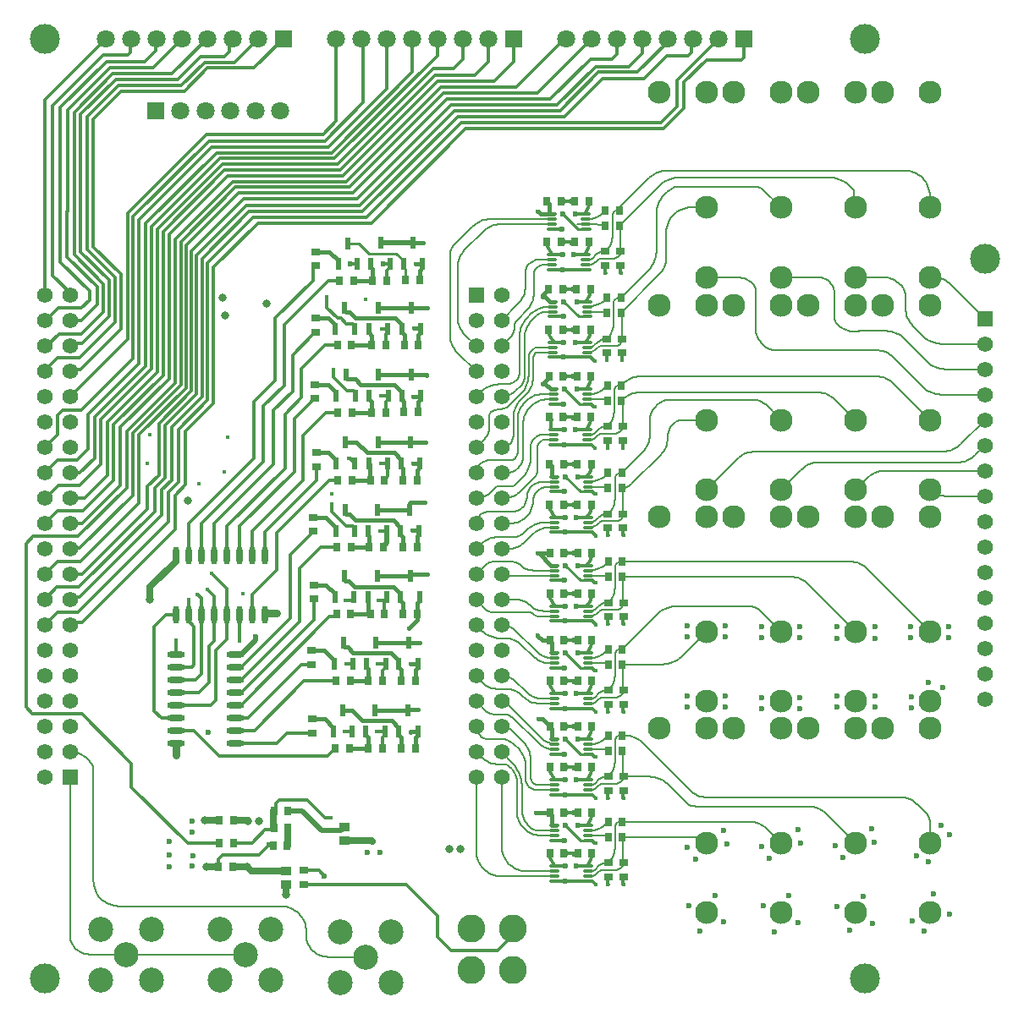
<source format=gtl>
G04*
G04 #@! TF.GenerationSoftware,Altium Limited,Altium Designer,20.0.2 (26)*
G04*
G04 Layer_Physical_Order=1*
G04 Layer_Color=255*
%FSLAX25Y25*%
%MOIN*%
G70*
G01*
G75*
%ADD10C,0.01000*%
%ADD17O,0.02362X0.07079*%
%ADD18O,0.07079X0.02362*%
%ADD19R,0.02362X0.05118*%
%ADD20R,0.03150X0.03543*%
%ADD21R,0.03543X0.03150*%
%ADD22R,0.03150X0.03543*%
%ADD23R,0.03543X0.03150*%
%ADD24R,0.03937X0.03543*%
%ADD25O,0.04331X0.01102*%
%ADD47C,0.01200*%
%ADD48C,0.00578*%
%ADD49C,0.01500*%
%ADD50C,0.02500*%
%ADD51C,0.03000*%
%ADD52C,0.02000*%
%ADD53C,0.09843*%
%ADD54C,0.06200*%
%ADD55R,0.06200X0.06200*%
%ADD56R,0.06200X0.06200*%
%ADD57C,0.09055*%
%ADD58C,0.11024*%
%ADD59R,0.07087X0.07087*%
%ADD60C,0.07087*%
%ADD61C,0.11811*%
%ADD62C,0.01772*%
%ADD63C,0.02362*%
%ADD64C,0.03150*%
D10*
X153684Y286934D02*
Y291138D01*
X152900Y291922D02*
X153684Y291138D01*
X152900Y291922D02*
Y293300D01*
X150078Y297500D02*
X152900Y294678D01*
X139300Y297500D02*
X150078D01*
X135266Y301534D02*
X139300Y297500D01*
X131040Y301534D02*
X135266D01*
X152900Y293300D02*
Y294678D01*
X222004Y272596D02*
X224542D01*
X216123Y278477D02*
X222004Y272596D01*
X222204Y238096D02*
X224742D01*
X216323Y243977D02*
X222204Y238096D01*
X222504Y203596D02*
X225042D01*
X216623Y209477D02*
X222504Y203596D01*
Y168596D02*
X225042D01*
X216623Y174477D02*
X222504Y168596D01*
Y66096D02*
X225042D01*
X216623Y71977D02*
X222504Y66096D01*
Y100096D02*
X225042D01*
X216623Y105977D02*
X222504Y100096D01*
Y134096D02*
X225042D01*
X216623Y139977D02*
X222504Y134096D01*
X221504Y307096D02*
X224042D01*
X215623Y312977D02*
X221504Y307096D01*
D17*
X63300Y155000D02*
D03*
X68300Y155000D02*
D03*
X73300Y155000D02*
D03*
X78300D02*
D03*
X83300D02*
D03*
X88300D02*
D03*
X93300Y155000D02*
D03*
X98300Y155000D02*
D03*
X63300Y178400D02*
D03*
X68300Y178400D02*
D03*
X73300Y178400D02*
D03*
X78300D02*
D03*
X83300D02*
D03*
X88300D02*
D03*
X93300Y178400D02*
D03*
X98300Y178400D02*
D03*
D18*
X63200Y139400D02*
D03*
Y134400D02*
D03*
Y129400D02*
D03*
Y124400D02*
D03*
Y119400D02*
D03*
Y114400D02*
D03*
Y109400D02*
D03*
Y104400D02*
D03*
X86600Y139400D02*
D03*
Y134400D02*
D03*
Y129400D02*
D03*
Y124400D02*
D03*
Y119400D02*
D03*
Y114400D02*
D03*
Y109400D02*
D03*
Y104400D02*
D03*
D19*
X154860Y144068D02*
D03*
X158600Y135800D02*
D03*
X151120D02*
D03*
X142100Y144034D02*
D03*
X145840Y135766D02*
D03*
X138360D02*
D03*
X129300Y144034D02*
D03*
X133040Y135766D02*
D03*
X125560D02*
D03*
X154800Y117434D02*
D03*
X158540Y109166D02*
D03*
X151060D02*
D03*
X141800Y117434D02*
D03*
X145540Y109166D02*
D03*
X138060D02*
D03*
X129060Y117400D02*
D03*
X132800Y109132D02*
D03*
X125320D02*
D03*
X127300Y293266D02*
D03*
X134780D02*
D03*
X131040Y301534D02*
D03*
X126460Y241466D02*
D03*
X133940D02*
D03*
X130200Y249734D02*
D03*
X152900Y293300D02*
D03*
X160380D02*
D03*
X156640Y301568D02*
D03*
X140100Y293300D02*
D03*
X147580D02*
D03*
X143840Y301568D02*
D03*
X152160Y241366D02*
D03*
X159640D02*
D03*
X155900Y249634D02*
D03*
X139360Y241466D02*
D03*
X146840D02*
D03*
X143100Y249734D02*
D03*
X151660Y188166D02*
D03*
X159140D02*
D03*
X155400Y196434D02*
D03*
X138860Y188166D02*
D03*
X146340D02*
D03*
X142600Y196434D02*
D03*
X126160Y188166D02*
D03*
X133640D02*
D03*
X129900Y196434D02*
D03*
X151760Y162166D02*
D03*
X159240D02*
D03*
X155500Y170434D02*
D03*
X138960Y162166D02*
D03*
X146440D02*
D03*
X142700Y170434D02*
D03*
X125860Y162066D02*
D03*
X133340D02*
D03*
X129600Y170334D02*
D03*
X126260Y214732D02*
D03*
X133740D02*
D03*
X130000Y223000D02*
D03*
X139260Y214732D02*
D03*
X146740D02*
D03*
X143000Y223000D02*
D03*
X151960Y214732D02*
D03*
X159440D02*
D03*
X155700Y223000D02*
D03*
X156000Y276134D02*
D03*
X159740Y267866D02*
D03*
X152260D02*
D03*
X142900Y276134D02*
D03*
X146640Y267866D02*
D03*
X139160D02*
D03*
X129800Y276134D02*
D03*
X133540Y267866D02*
D03*
X126060D02*
D03*
D20*
X131856Y128900D02*
D03*
X126344Y128900D02*
D03*
X139144Y129000D02*
D03*
X144656Y129000D02*
D03*
X152144Y129100D02*
D03*
X157656Y129100D02*
D03*
X131571Y102466D02*
D03*
X126060Y102466D02*
D03*
X139004Y102366D02*
D03*
X144515Y102366D02*
D03*
X152104Y102466D02*
D03*
X157615Y102466D02*
D03*
X159196Y286934D02*
D03*
X153684Y286934D02*
D03*
X127685Y286834D02*
D03*
X133196Y286834D02*
D03*
X146296Y286834D02*
D03*
X140784Y286834D02*
D03*
X158656Y234900D02*
D03*
X153144Y234900D02*
D03*
X127144Y234800D02*
D03*
X132656Y234800D02*
D03*
X145956Y234800D02*
D03*
X140444Y234800D02*
D03*
X158256Y181800D02*
D03*
X152744Y181800D02*
D03*
X144956Y181800D02*
D03*
X139444Y181800D02*
D03*
X126744Y181800D02*
D03*
X132256Y181800D02*
D03*
X145356Y155500D02*
D03*
X139844Y155500D02*
D03*
X126644Y155400D02*
D03*
X132156Y155400D02*
D03*
X158256Y155500D02*
D03*
X152744Y155500D02*
D03*
X158256Y207966D02*
D03*
X152744Y207966D02*
D03*
X145356Y207966D02*
D03*
X139844Y207966D02*
D03*
X127144Y207966D02*
D03*
X132656Y207966D02*
D03*
X140444Y261300D02*
D03*
X145956Y261300D02*
D03*
X132456Y261300D02*
D03*
X126944Y261300D02*
D03*
X153244Y261300D02*
D03*
X158756Y261300D02*
D03*
X233000Y274000D02*
D03*
X238512Y274000D02*
D03*
X233000Y280000D02*
D03*
X238512Y280000D02*
D03*
X226511Y267500D02*
D03*
X215511D02*
D03*
X226511Y283500D02*
D03*
X215511D02*
D03*
X80400Y65000D02*
D03*
X85912Y65000D02*
D03*
X107356Y77800D02*
D03*
X101844Y77800D02*
D03*
X239012Y135500D02*
D03*
X233500Y135500D02*
D03*
X238756Y239500D02*
D03*
X233244Y239500D02*
D03*
X239012Y141500D02*
D03*
X233500Y141500D02*
D03*
X238756Y245500D02*
D03*
X233244Y245500D02*
D03*
X239012Y170000D02*
D03*
X233500Y170000D02*
D03*
X239012Y67500D02*
D03*
X233500Y67500D02*
D03*
X239012Y176000D02*
D03*
X233500Y176000D02*
D03*
X239012Y73500D02*
D03*
X233500Y73500D02*
D03*
X239000Y205000D02*
D03*
X233489Y205000D02*
D03*
X238000Y308500D02*
D03*
X232489Y308500D02*
D03*
X239012Y101500D02*
D03*
X233500Y101500D02*
D03*
X239000Y211000D02*
D03*
X233489Y211000D02*
D03*
X238000Y314500D02*
D03*
X232489Y314500D02*
D03*
X239012Y107500D02*
D03*
X233500Y107500D02*
D03*
X227011Y129000D02*
D03*
X216011D02*
D03*
X226756Y233000D02*
D03*
X215756D02*
D03*
X227011Y145000D02*
D03*
X216011D02*
D03*
X226756Y249000D02*
D03*
X215756D02*
D03*
X227011Y163500D02*
D03*
X216011D02*
D03*
X227011Y61000D02*
D03*
X216011D02*
D03*
X227011Y179500D02*
D03*
X216011D02*
D03*
X227011Y77000D02*
D03*
X216011D02*
D03*
X227000Y198500D02*
D03*
X216000D02*
D03*
X226000Y302000D02*
D03*
X215000D02*
D03*
X227011Y95000D02*
D03*
X216011D02*
D03*
X227000Y214500D02*
D03*
X216000D02*
D03*
X226000Y318000D02*
D03*
X215000D02*
D03*
X227011Y111000D02*
D03*
X216011D02*
D03*
D21*
X116600Y135444D02*
D03*
X116600Y140956D02*
D03*
X116960Y108410D02*
D03*
X116960Y113922D02*
D03*
X118440Y298189D02*
D03*
X118440Y292678D02*
D03*
X117900Y245856D02*
D03*
X117900Y240344D02*
D03*
X117400Y193456D02*
D03*
X117400Y187944D02*
D03*
X117700Y166856D02*
D03*
X117700Y161344D02*
D03*
X118500Y218922D02*
D03*
X118500Y213410D02*
D03*
X118300Y266444D02*
D03*
X118300Y271956D02*
D03*
X239000Y258244D02*
D03*
X239000Y263756D02*
D03*
X233000Y258244D02*
D03*
X233000Y263756D02*
D03*
X239500Y125256D02*
D03*
X239500Y119744D02*
D03*
X233500Y125256D02*
D03*
X233500Y119744D02*
D03*
X239244Y229256D02*
D03*
X239245Y223744D02*
D03*
X233244Y229256D02*
D03*
X233244Y223744D02*
D03*
X239500Y159756D02*
D03*
X239500Y154244D02*
D03*
X233500Y159756D02*
D03*
X233500Y154244D02*
D03*
X239500Y57256D02*
D03*
X239500Y51744D02*
D03*
X233500Y57256D02*
D03*
X233500Y51744D02*
D03*
X239489Y194756D02*
D03*
X239489Y189244D02*
D03*
X233489Y194756D02*
D03*
X233489Y189244D02*
D03*
X238489Y298256D02*
D03*
X238489Y292744D02*
D03*
X232489Y298256D02*
D03*
X232489Y292744D02*
D03*
X239500Y91256D02*
D03*
X239500Y85744D02*
D03*
X233500Y91256D02*
D03*
X233500Y85744D02*
D03*
D22*
X221000Y267500D02*
D03*
X210000D02*
D03*
X221000Y283500D02*
D03*
X210000D02*
D03*
X85956Y73900D02*
D03*
X80445D02*
D03*
X85656Y55700D02*
D03*
X80145D02*
D03*
X101645Y64100D02*
D03*
X107156D02*
D03*
X107355Y71000D02*
D03*
X101844D02*
D03*
X221500Y129000D02*
D03*
X210500D02*
D03*
X221244Y233000D02*
D03*
X210244D02*
D03*
X221500Y145000D02*
D03*
X210500D02*
D03*
X221244Y249000D02*
D03*
X210244D02*
D03*
X221500Y163500D02*
D03*
X210500D02*
D03*
X221500Y61000D02*
D03*
X210500D02*
D03*
X221500Y179500D02*
D03*
X210500D02*
D03*
X221500Y77000D02*
D03*
X210500D02*
D03*
X221489Y198500D02*
D03*
X210489D02*
D03*
X220489Y302000D02*
D03*
X209489D02*
D03*
X221500Y95000D02*
D03*
X210500D02*
D03*
X221489Y214500D02*
D03*
X210489D02*
D03*
X220489Y318000D02*
D03*
X209489D02*
D03*
X221500Y111000D02*
D03*
X210500D02*
D03*
D23*
X113700Y54355D02*
D03*
Y48844D02*
D03*
D24*
X106600Y54058D02*
D03*
Y48742D02*
D03*
X129500Y71258D02*
D03*
Y65943D02*
D03*
D25*
X212308Y123953D02*
D03*
Y121985D02*
D03*
Y120017D02*
D03*
Y118047D02*
D03*
X225693D02*
D03*
Y120017D02*
D03*
Y121985D02*
D03*
Y123953D02*
D03*
X212052Y227954D02*
D03*
Y225985D02*
D03*
Y224016D02*
D03*
Y222047D02*
D03*
X225437D02*
D03*
Y224016D02*
D03*
Y225985D02*
D03*
Y227954D02*
D03*
X212308Y139953D02*
D03*
Y137985D02*
D03*
Y136016D02*
D03*
Y134047D02*
D03*
X225693D02*
D03*
Y136016D02*
D03*
Y137985D02*
D03*
Y139953D02*
D03*
X212052Y243953D02*
D03*
Y241985D02*
D03*
Y240017D02*
D03*
Y238048D02*
D03*
X225437D02*
D03*
Y240017D02*
D03*
Y241985D02*
D03*
Y243953D02*
D03*
X212308Y158454D02*
D03*
Y156484D02*
D03*
Y154516D02*
D03*
Y152548D02*
D03*
X225693D02*
D03*
Y154516D02*
D03*
Y156484D02*
D03*
Y158454D02*
D03*
X211807Y262454D02*
D03*
Y260485D02*
D03*
Y258517D02*
D03*
Y256547D02*
D03*
X225192D02*
D03*
Y258517D02*
D03*
Y260485D02*
D03*
Y262454D02*
D03*
X212308Y55954D02*
D03*
Y53984D02*
D03*
Y52017D02*
D03*
Y50047D02*
D03*
X225693D02*
D03*
Y52017D02*
D03*
Y53984D02*
D03*
Y55954D02*
D03*
X212308Y174453D02*
D03*
Y172485D02*
D03*
Y170517D02*
D03*
Y168547D02*
D03*
X225693D02*
D03*
Y170517D02*
D03*
Y172485D02*
D03*
Y174453D02*
D03*
X211807Y278453D02*
D03*
Y276484D02*
D03*
Y274517D02*
D03*
Y272548D02*
D03*
X225192D02*
D03*
Y274517D02*
D03*
Y276484D02*
D03*
Y278453D02*
D03*
X212308Y71953D02*
D03*
Y69985D02*
D03*
Y68016D02*
D03*
Y66048D02*
D03*
X225693D02*
D03*
Y68016D02*
D03*
Y69985D02*
D03*
Y71953D02*
D03*
X212296Y193454D02*
D03*
Y191484D02*
D03*
Y189516D02*
D03*
Y187548D02*
D03*
X225681D02*
D03*
Y189516D02*
D03*
Y191484D02*
D03*
Y193454D02*
D03*
X211296Y296954D02*
D03*
Y294985D02*
D03*
Y293017D02*
D03*
Y291048D02*
D03*
X224681D02*
D03*
Y293017D02*
D03*
Y294985D02*
D03*
Y296954D02*
D03*
X212308Y89954D02*
D03*
Y87985D02*
D03*
Y86016D02*
D03*
Y84048D02*
D03*
X225693D02*
D03*
Y86016D02*
D03*
Y87985D02*
D03*
Y89954D02*
D03*
X212296Y209454D02*
D03*
Y207485D02*
D03*
Y205517D02*
D03*
Y203548D02*
D03*
X225681D02*
D03*
Y205517D02*
D03*
Y207485D02*
D03*
Y209454D02*
D03*
X211296Y312953D02*
D03*
Y310984D02*
D03*
Y309016D02*
D03*
Y307048D02*
D03*
X224681D02*
D03*
Y309016D02*
D03*
Y310984D02*
D03*
Y312953D02*
D03*
X212308Y105954D02*
D03*
Y103984D02*
D03*
Y102016D02*
D03*
Y100048D02*
D03*
X225693D02*
D03*
Y102016D02*
D03*
Y103984D02*
D03*
Y105954D02*
D03*
D47*
X210489Y198500D02*
X210567Y197500D01*
X210802Y196524D01*
X211186Y195597D01*
X211710Y194741D01*
X212362Y193978D01*
X210489Y163500D02*
X210567Y162500D01*
X210802Y161524D01*
X211186Y160597D01*
X211710Y159741D01*
X212362Y158978D01*
X210489Y129000D02*
X210567Y128000D01*
X210802Y127024D01*
X211186Y126097D01*
X211710Y125241D01*
X212362Y124478D01*
X210489Y95000D02*
X210567Y94000D01*
X210802Y93024D01*
X211186Y92097D01*
X211710Y91241D01*
X212362Y90478D01*
X210489Y61000D02*
X210567Y60000D01*
X210802Y59024D01*
X211186Y58097D01*
X211710Y57241D01*
X212362Y56478D01*
X209489Y302000D02*
X209567Y301000D01*
X209802Y300024D01*
X210186Y299097D01*
X210710Y298241D01*
X211362Y297478D01*
X209989Y267500D02*
X210067Y266500D01*
X210302Y265524D01*
X210686Y264597D01*
X211210Y263741D01*
X211862Y262978D01*
X224091Y312953D02*
X224755Y313731D01*
X225290Y314603D01*
X225681Y315548D01*
X225920Y316543D01*
X226000Y317563D01*
X224091Y296953D02*
X224755Y297731D01*
X225290Y298603D01*
X225681Y299548D01*
X225920Y300543D01*
X226000Y301563D01*
X224591Y278453D02*
X225255Y279231D01*
X225789Y280103D01*
X226181Y281048D01*
X226420Y282043D01*
X226500Y283063D01*
X224591Y262453D02*
X225255Y263231D01*
X225789Y264103D01*
X226181Y265048D01*
X226420Y266043D01*
X226500Y267063D01*
X225091Y209453D02*
X225755Y210231D01*
X226290Y211103D01*
X226681Y212048D01*
X226920Y213043D01*
X227000Y214063D01*
X224791Y243953D02*
X225455Y244731D01*
X225990Y245603D01*
X226381Y246548D01*
X226620Y247543D01*
X226700Y248563D01*
X224791Y227953D02*
X225455Y228731D01*
X225990Y229603D01*
X226381Y230548D01*
X226620Y231543D01*
X226700Y232563D01*
X225091Y193453D02*
X225755Y194231D01*
X226290Y195103D01*
X226681Y196048D01*
X226920Y197043D01*
X227000Y198063D01*
X225091Y158453D02*
X225755Y159231D01*
X226290Y160103D01*
X226681Y161048D01*
X226920Y162043D01*
X227000Y163063D01*
X225091Y139953D02*
X225755Y140731D01*
X226290Y141603D01*
X226681Y142548D01*
X226920Y143543D01*
X227000Y144563D01*
X225091Y123953D02*
X225755Y124731D01*
X226290Y125603D01*
X226681Y126548D01*
X226920Y127543D01*
X227000Y128563D01*
X225091Y174453D02*
X225755Y175231D01*
X226290Y176103D01*
X226681Y177048D01*
X226920Y178043D01*
X227000Y179063D01*
X225091Y89953D02*
X225755Y90731D01*
X226290Y91603D01*
X226681Y92548D01*
X226920Y93543D01*
X227000Y94563D01*
X225091Y105953D02*
X225755Y106731D01*
X226290Y107603D01*
X226681Y108548D01*
X226920Y109543D01*
X227000Y110563D01*
X225091Y71953D02*
X225755Y72731D01*
X226290Y73603D01*
X226681Y74548D01*
X226920Y75543D01*
X227000Y76563D01*
X225091Y55953D02*
X225755Y56731D01*
X226290Y57603D01*
X226681Y58548D01*
X226920Y59543D01*
X227000Y60563D01*
X123766Y207966D02*
X127144D01*
X103100Y187300D02*
X123766Y207966D01*
X103100Y172800D02*
Y187300D01*
X113400Y225800D02*
X122400Y234800D01*
X113400Y208000D02*
Y225800D01*
X93300Y187900D02*
X113400Y208000D01*
X102300Y271900D02*
X117268Y286868D01*
X102300Y247400D02*
Y271900D01*
X94100Y239200D02*
X102300Y247400D01*
X117268Y286868D02*
Y291703D01*
X109400Y257544D02*
X117128Y265272D01*
X109400Y243200D02*
Y257544D01*
X101800Y235600D02*
X109400Y243200D01*
X112800Y240700D02*
Y252200D01*
X106200Y234100D02*
X112800Y240700D01*
X106200Y212800D02*
Y234100D01*
X105900Y245500D02*
Y269500D01*
X97800Y237400D02*
X105900Y245500D01*
X97800Y215400D02*
Y237400D01*
X73300Y190900D02*
X97800Y215400D01*
X56500Y230500D02*
X69225Y243225D01*
X56500Y210100D02*
Y230500D01*
X211862Y262978D02*
X212387Y262453D01*
X212434Y262500D01*
X211362Y297478D02*
X211887Y296953D01*
X212362Y193978D02*
X212887Y193453D01*
Y158453D02*
X212934Y158500D01*
X212362Y158978D02*
X212887Y158453D01*
X212362Y124478D02*
X212887Y123953D01*
X212934Y124000D01*
X212887Y89953D02*
X212934Y90000D01*
X212887Y55953D02*
X212934Y56000D01*
X212362Y90478D02*
X212887Y89953D01*
X212362Y56478D02*
X212887Y55953D01*
X166400Y28200D02*
Y36500D01*
X154056Y48844D02*
X166400Y36500D01*
X113700Y48844D02*
X154056D01*
X166400Y28200D02*
X171800Y22800D01*
X75800Y165000D02*
X78300Y162500D01*
X77400Y171400D02*
X83300Y165500D01*
Y155000D02*
Y165500D01*
X78300Y155000D02*
Y162500D01*
X71800Y163100D02*
X73300Y161600D01*
Y155000D02*
Y161600D01*
X68300Y155000D02*
Y160900D01*
X88300Y155000D02*
X88350Y154950D01*
Y144850D02*
Y154950D01*
Y144850D02*
X88400Y144800D01*
X63200Y139400D02*
Y144900D01*
X59300Y155000D02*
X63300D01*
X54700Y150400D02*
X59300Y155000D01*
X54700Y117200D02*
Y150400D01*
Y117200D02*
X57500Y114400D01*
X63200D01*
X68300Y152626D02*
Y155000D01*
Y152626D02*
X70400Y150526D01*
Y135300D02*
Y150526D01*
X69500Y134400D02*
X70400Y135300D01*
X63200Y134400D02*
X69500D01*
X73300Y131700D02*
Y155000D01*
X71000Y129400D02*
X73300Y131700D01*
X63200Y129400D02*
X71000D01*
X78300Y144800D02*
Y155000D01*
X76200Y142700D02*
X78300Y144800D01*
X76200Y128400D02*
Y142700D01*
X72200Y124400D02*
X76200Y128400D01*
X63200Y124400D02*
X72200D01*
X83300Y145500D02*
Y155000D01*
X79000Y141200D02*
X83300Y145500D01*
X79000Y121400D02*
Y141200D01*
X77000Y119400D02*
X79000Y121400D01*
X63200Y119400D02*
X77000D01*
X122894Y99300D02*
X126060Y102466D01*
X80300Y99300D02*
X122894D01*
X70200Y109400D02*
X80300Y99300D01*
X63200Y109400D02*
X70200D01*
X107010Y108410D02*
X116960D01*
X103000Y104400D02*
X107010Y108410D01*
X86600Y104400D02*
X103000D01*
X113800Y128900D02*
X126344D01*
X94300Y109400D02*
X113800Y128900D01*
X86600Y109400D02*
X94300D01*
X112544Y135444D02*
X116600D01*
X91500Y114400D02*
X112544Y135444D01*
X86600Y114400D02*
X91500D01*
X86600Y119400D02*
X88958D01*
X123786Y154228D01*
X125670D01*
X126644Y155203D01*
Y155400D01*
X86600Y124400D02*
X88958D01*
X117700Y153142D01*
Y161344D01*
X120300Y181800D02*
X126744D01*
X111900Y173400D02*
X120300Y181800D01*
X111900Y152342D02*
Y173400D01*
X86600Y129400D02*
X88958D01*
X111900Y152342D01*
X117203Y187944D02*
X117400D01*
X116228Y186969D02*
X117203Y187944D01*
X116228Y186772D02*
Y186969D01*
X108300Y178844D02*
X116228Y186772D01*
X108300Y153742D02*
Y178844D01*
X86600Y134400D02*
X88958D01*
X108300Y153742D01*
X93300Y163000D02*
X103100Y172800D01*
X93300Y155000D02*
Y163000D01*
X118500Y207900D02*
Y213410D01*
X98300Y187700D02*
X118500Y207900D01*
X98300Y178400D02*
Y187700D01*
X118243Y292678D02*
X118440D01*
X117268Y291703D02*
X118243Y292678D01*
X94100Y216700D02*
Y239200D01*
X68300Y190900D02*
X94100Y216700D01*
X68300Y178400D02*
Y190900D01*
X123234Y286834D02*
X127685D01*
X105900Y269500D02*
X123234Y286834D01*
X73300Y178400D02*
Y190900D01*
X101800Y214400D02*
Y235600D01*
X78300Y190900D02*
X101800Y214400D01*
X78300Y178400D02*
Y190900D01*
X83300Y189900D02*
X106200Y212800D01*
X83300Y178400D02*
Y189900D01*
X109900Y211500D02*
Y232344D01*
X88300Y189900D02*
X109900Y211500D01*
X88300Y178400D02*
Y189900D01*
X93300Y178400D02*
Y187900D01*
X118103Y266444D02*
X118300D01*
X117128Y265469D02*
X118103Y266444D01*
X117128Y265272D02*
Y265469D01*
X121900Y261300D02*
X126944D01*
X112800Y252200D02*
X121900Y261300D01*
X117703Y240344D02*
X117900D01*
X116728Y239369D02*
X117703Y240344D01*
X116728Y239172D02*
Y239369D01*
X109900Y232344D02*
X116728Y239172D01*
X122400Y234800D02*
X127144D01*
X131300Y216600D02*
X131872D01*
X133740Y214732D01*
X226500Y283063D02*
Y283500D01*
Y267063D02*
Y267500D01*
X226700Y248563D02*
Y249000D01*
Y232563D02*
Y233000D01*
X227000Y179063D02*
Y179500D01*
X225064Y193427D02*
X225091Y193453D01*
X224067Y312977D02*
X224091Y312953D01*
X224064Y296927D02*
X224091Y296953D01*
X224567Y278477D02*
X224591Y278453D01*
X224564Y262427D02*
X224591Y262453D01*
X224767Y243977D02*
X224791Y243953D01*
X224764Y227927D02*
X224791Y227953D01*
X225067Y209477D02*
X225091Y209453D01*
X227000Y163063D02*
Y163500D01*
Y144563D02*
Y145000D01*
Y128563D02*
Y129000D01*
X225064Y158427D02*
X225091Y158453D01*
X225067Y139977D02*
X225091Y139953D01*
X225064Y123927D02*
X225091Y123953D01*
X227000Y110563D02*
Y111000D01*
Y94563D02*
Y95000D01*
Y76563D02*
Y77000D01*
Y60563D02*
Y61000D01*
X225067Y105977D02*
X225091Y105953D01*
X225067Y174477D02*
X225091Y174453D01*
X225064Y89927D02*
X225091Y89953D01*
X225067Y71977D02*
X225091Y71953D01*
X225064Y55927D02*
X225091Y55953D01*
X129600Y109100D02*
X129632Y109132D01*
X132800D01*
X144959Y109200D02*
X145540Y108619D01*
X142300Y109200D02*
X144959D01*
X145540Y107788D02*
Y108619D01*
X142800Y135700D02*
X142866Y135766D01*
X145840D01*
X130200Y135800D02*
X130234Y135766D01*
X133040D01*
X146440Y160788D02*
Y161281D01*
X143000Y160700D02*
X145859D01*
X146440Y161281D02*
Y162166D01*
X145859Y160700D02*
X146440Y161281D01*
X130100Y160700D02*
X132759D01*
X133340Y161281D02*
Y162066D01*
X132759Y160700D02*
X133340Y161281D01*
X143500Y188200D02*
X143534Y188166D01*
X146340D01*
X124600Y195800D02*
Y198700D01*
Y195800D02*
X130275Y190125D01*
X133059D01*
X133640Y188166D02*
Y189544D01*
X133059Y190125D02*
X133640Y189544D01*
X143900Y214700D02*
X143932Y214732D01*
X146740D01*
X125200Y248800D02*
Y251700D01*
Y248800D02*
X130575Y243425D01*
X133940Y241466D02*
Y242844D01*
X133359Y243425D02*
X133940Y242844D01*
X130575Y243425D02*
X133359D01*
X146259Y241300D02*
X146840Y240719D01*
X144100Y241300D02*
X146259D01*
X146840Y240088D02*
Y240719D01*
X122800Y276200D02*
Y280400D01*
Y276200D02*
X127000Y272000D01*
X128200D01*
X130375Y269825D01*
X133540Y267866D02*
Y269244D01*
X132959Y269825D02*
X133540Y269244D01*
X130375Y269825D02*
X132959D01*
X144366Y267866D02*
X146640D01*
X145000Y293300D02*
X147580D01*
X132134Y293266D02*
X134780D01*
X211268Y227953D02*
X212642D01*
X211069Y228152D02*
Y232175D01*
X212666Y227977D02*
X216277D01*
X144515Y102366D02*
Y106764D01*
X145540Y107788D01*
X144656Y129000D02*
Y133204D01*
X145840Y134388D01*
Y135766D01*
X145356Y155500D02*
Y159704D01*
X146440Y160788D01*
X146740Y209548D02*
Y214732D01*
X145356Y208163D02*
X146740Y209548D01*
X145356Y207966D02*
Y208163D01*
X145956Y234800D02*
Y239204D01*
X146840Y240088D01*
X145956Y261300D02*
Y265804D01*
X146640Y266488D01*
Y267866D01*
X146296Y286834D02*
Y290637D01*
X147580Y291922D01*
Y293300D01*
X215953Y272547D02*
X216000Y272500D01*
X212398Y272547D02*
X215953D01*
X220600Y262400D02*
X220627Y262427D01*
X136250Y382000D02*
X137000Y381250D01*
Y356900D02*
Y381250D01*
X121900Y341800D02*
X137000Y356900D01*
X126250Y349550D02*
Y382000D01*
X121200Y344500D02*
X126250Y349550D01*
X238989Y255311D02*
Y258244D01*
X239189Y220811D02*
Y223744D01*
X232989Y255311D02*
Y258244D01*
X233189Y220811D02*
Y223744D01*
X239489Y151311D02*
Y154244D01*
X233489Y151311D02*
Y154244D01*
X219889Y318000D02*
X220189Y317700D01*
X219689Y318000D02*
X220089Y317600D01*
X220889Y214500D02*
X221189Y214200D01*
X220689Y214500D02*
X221089Y214100D01*
X239489Y116811D02*
Y119744D01*
Y82811D02*
Y85744D01*
Y48811D02*
Y51744D01*
X233489Y116811D02*
Y119744D01*
Y82811D02*
Y85744D01*
Y48811D02*
Y51744D01*
X215900Y283100D02*
X216300Y283500D01*
X215000Y302000D02*
X220489D01*
X211887Y291048D02*
X224090D01*
X215500Y267500D02*
X220988D01*
X212387Y256547D02*
X224590D01*
X216100Y248600D02*
X216500Y249000D01*
X216400Y214100D02*
X216800Y214500D01*
X216000Y198500D02*
X221488D01*
X216400Y179100D02*
X216800Y179500D01*
X215700Y233000D02*
X221188D01*
X212587Y222047D02*
X224790D01*
X212887Y187548D02*
X225090D01*
X216000Y179500D02*
X216400Y179100D01*
X215400Y317600D02*
X215800Y318000D01*
X215500Y283500D02*
X215900Y283100D01*
X215700Y249000D02*
X216100Y248600D01*
X216000Y163500D02*
X221488D01*
X216400Y144600D02*
X216800Y145000D01*
X216000D02*
X216400Y144600D01*
X216000Y129000D02*
X221488D01*
X216000Y111000D02*
X216400Y110600D01*
X212887Y152548D02*
X225090D01*
X212887Y118047D02*
X225090D01*
X216000Y95000D02*
X221488D01*
X216400Y110600D02*
X216800Y111000D01*
X216000Y61000D02*
X221488D01*
X216400Y76600D02*
X216800Y77000D01*
X216000D02*
X216400Y76600D01*
X212887Y84048D02*
X225090D01*
X212887Y50047D02*
X225090D01*
X45700Y87200D02*
Y96500D01*
X26200Y116000D02*
X45700Y96500D01*
X78000Y292000D02*
X95500Y309500D01*
X78000Y238300D02*
Y292000D01*
X67100Y227400D02*
X78000Y238300D01*
X75700Y293660D02*
X93740Y311700D01*
X75700Y239600D02*
Y293660D01*
X64300Y228200D02*
X75700Y239600D01*
X71300Y296755D02*
X91072Y316528D01*
X71300Y242100D02*
Y296755D01*
X59000Y229800D02*
X71300Y242100D01*
X73500Y295420D02*
X92080Y314000D01*
X73500Y240900D02*
Y295420D01*
X61500Y228900D02*
X73500Y240900D01*
X69225Y243225D02*
Y298216D01*
X67300Y244500D02*
Y300600D01*
X48800Y226000D02*
X67300Y244500D01*
Y300600D02*
X88000Y321300D01*
X69225Y298216D02*
X90009Y319000D01*
X113700Y54356D02*
X119644D01*
X121800Y52200D01*
X80144Y55700D02*
Y58744D01*
X81700Y60300D01*
X95900D02*
X100000Y64400D01*
X81700Y60300D02*
X95900D01*
X67900Y65000D02*
X80400D01*
X45700Y87200D02*
X67900Y65000D01*
X101113Y70269D02*
X101844Y71000D01*
X98469Y70269D02*
X101113D01*
X93200Y65000D02*
X98469Y70269D01*
X85912Y65000D02*
X93200D01*
X196070Y28870D02*
Y31470D01*
X190000Y22800D02*
X196070Y28870D01*
X171800Y22800D02*
X190000D01*
X122100Y75100D02*
X124200D01*
X115000Y82200D02*
X122100Y75100D01*
X103900Y82200D02*
X115000D01*
X102500Y80800D02*
X103900Y82200D01*
X102500Y78656D02*
Y80800D01*
X101644Y77800D02*
X102500Y78656D01*
X6800Y116000D02*
X26200D01*
X65200Y245700D02*
Y302177D01*
X62900Y246400D02*
Y303130D01*
X60700Y248200D02*
Y305100D01*
X41400Y228900D02*
X60700Y248200D01*
Y305100D02*
X83700Y328100D01*
X43900Y227400D02*
X62900Y246400D01*
Y303130D02*
X85570Y325800D01*
X46200Y226700D02*
X65200Y245700D01*
Y302177D02*
X86623Y323600D01*
X58300Y249400D02*
Y306200D01*
X38800Y229900D02*
X58300Y249400D01*
Y306200D02*
X82400Y330300D01*
X55900Y250700D02*
Y307100D01*
X36200Y231000D02*
X55900Y250700D01*
Y307100D02*
X81600Y332800D01*
X233489Y48811D02*
X233500Y48800D01*
X239489Y48811D02*
X239500Y48800D01*
X224602Y272547D02*
X226698D01*
X224591D02*
X224602D01*
X224846Y238047D02*
X226898D01*
X224791D02*
X224846D01*
X225102Y168547D02*
X227198D01*
X225091D02*
X225102D01*
Y134047D02*
X227198D01*
X225091D02*
X225102D01*
Y100047D02*
X227198D01*
X225091D02*
X225102D01*
Y66047D02*
X227198D01*
X225091D02*
X225102D01*
X224602Y256547D02*
X226698D01*
X224591D02*
X224602D01*
X224846Y222047D02*
X226898D01*
X224791D02*
X224846D01*
X220189Y283500D02*
X220389D01*
X219915D02*
X220189D01*
X216600D02*
X219915D01*
X220389Y249000D02*
X220589D01*
X220115D02*
X220389D01*
X216800D02*
X220115D01*
X220689Y214500D02*
X220889D01*
X220415D02*
X220689D01*
X217100D02*
X220415D01*
X220689Y179500D02*
X220889D01*
X220415D02*
X220689D01*
X217100D02*
X220415D01*
X225102Y152547D02*
X227198D01*
X225091D02*
X225102D01*
Y118047D02*
X227198D01*
X225091D02*
X225102D01*
Y84047D02*
X227198D01*
X225091D02*
X225102D01*
Y50047D02*
X227198D01*
X225091D02*
X225102D01*
X220689Y145000D02*
X220889D01*
X220415D02*
X220689D01*
X217100D02*
X220415D01*
X220689Y111000D02*
X220889D01*
X220415D02*
X220689D01*
X217100D02*
X220415D01*
X220689Y77000D02*
X220889D01*
X220415D02*
X220689D01*
X217100D02*
X220415D01*
X219689Y318000D02*
X219889D01*
X219415D02*
X219689D01*
X216100D02*
X219415D01*
X212387Y272547D02*
X212398D01*
X212642Y238047D02*
X216153D01*
X212587D02*
X212642D01*
X212898Y168547D02*
X216453D01*
X212887D02*
X212898D01*
Y134047D02*
X216453D01*
X212887D02*
X212898D01*
Y100047D02*
X216453D01*
X212887D02*
X212898D01*
Y66047D02*
X216453D01*
X212887D02*
X212898D01*
X228645Y48600D02*
X228700D01*
X4200Y118600D02*
Y183000D01*
Y118600D02*
X6800Y116000D01*
X4200Y183000D02*
X7100Y185900D01*
X287000Y374800D02*
Y382000D01*
X285900Y373700D02*
X287000Y374800D01*
X263400Y364900D02*
X272200Y373700D01*
X285900D01*
X263400Y354800D02*
Y364900D01*
X255300Y346700D02*
X263400Y354800D01*
X177400Y346700D02*
X255300D01*
X260800Y365800D02*
X277000Y382000D01*
X260800Y355500D02*
Y365800D01*
X254300Y349000D02*
X260800Y355500D01*
X266457Y381457D02*
X267000Y382000D01*
X266457Y376657D02*
Y381457D01*
X265100Y375300D02*
X266457Y376657D01*
X256500Y375300D02*
X265100D01*
X247600Y366400D02*
X256500Y375300D01*
X231200Y366400D02*
X247600D01*
X216300Y351500D02*
X231200Y366400D01*
X256600Y380400D02*
Y381600D01*
X245100Y368900D02*
X256600Y380400D01*
X229745Y368900D02*
X245100D01*
X256600Y381600D02*
X257000Y382000D01*
X214672Y353828D02*
X229745Y368900D01*
X246900Y381900D02*
X247000Y382000D01*
X246900Y376300D02*
Y381900D01*
X228509Y371200D02*
X241800D01*
X246900Y376300D01*
X213309Y356000D02*
X228509Y371200D01*
X174280Y351500D02*
X216300D01*
X136780Y314000D02*
X174280Y351500D01*
X175740Y349000D02*
X254300D01*
X138440Y311700D02*
X175740Y349000D01*
X140200Y309500D02*
X177400Y346700D01*
X171709Y356000D02*
X213309D01*
X134709Y319000D02*
X171709Y356000D01*
X91072Y316528D02*
X135772D01*
X173072Y353828D01*
X92080Y314000D02*
X136780D01*
X93740Y311700D02*
X138440D01*
X95500Y309500D02*
X140200D01*
X90009Y319000D02*
X134709D01*
X59000Y209100D02*
Y229800D01*
X61500Y208200D02*
Y228900D01*
X64300Y207300D02*
Y228200D01*
X67100Y206300D02*
Y227400D01*
X52100Y205700D02*
X56500Y210100D01*
X52100Y196800D02*
Y205700D01*
X26400Y171100D02*
X52100Y196800D01*
X21600Y171100D02*
X26400D01*
X21500Y171000D02*
X21600Y171100D01*
X55000Y205100D02*
X59000Y209100D01*
X55000Y195800D02*
Y205100D01*
X25100Y165900D02*
X55000Y195800D01*
X16400Y165900D02*
X25100D01*
X11500Y161000D02*
X16400Y165900D01*
X57700Y194400D02*
Y204400D01*
X61500Y208200D01*
X25257Y161957D02*
X57700Y194400D01*
X22457Y161957D02*
X25257D01*
X21500Y161000D02*
X22457Y161957D01*
X60400Y203400D02*
X64300Y207300D01*
X60400Y191700D02*
Y203400D01*
X24800Y156100D02*
X60400Y191700D01*
X16600Y156100D02*
X24800D01*
X11500Y151000D02*
X16600Y156100D01*
X63000Y202200D02*
X67100Y206300D01*
X63000Y188700D02*
Y202200D01*
X26257Y151957D02*
X63000Y188700D01*
X22457Y151957D02*
X26257D01*
X21500Y151000D02*
X22457Y151957D01*
X173072Y353828D02*
X214672D01*
X88000Y321300D02*
X132900D01*
X170000Y358400D01*
X172500Y370400D02*
X176250Y374150D01*
X164700Y370400D02*
X172500D01*
X127100Y332800D02*
X164700Y370400D01*
X197330Y363100D02*
X216230Y382000D01*
X167770Y363100D02*
X197330D01*
X130470Y325800D02*
X167770Y363100D01*
X205600Y360600D02*
X227000Y382000D01*
X168523Y360600D02*
X205600D01*
X131523Y323600D02*
X168523Y360600D01*
X210800Y358400D02*
X226500Y374100D01*
X170000Y358400D02*
X210800D01*
X237000Y376000D02*
Y382000D01*
X235100Y374100D02*
X237000Y376000D01*
X226500Y374100D02*
X235100D01*
X216230Y382000D02*
X217000D01*
X86623Y323600D02*
X131523D01*
X85570Y325800D02*
X130470D01*
X46200Y202200D02*
Y226700D01*
X48800Y199000D02*
Y226000D01*
X24700Y185900D02*
X43900Y205100D01*
X7100Y185900D02*
X24700D01*
X25400Y181400D02*
X46200Y202200D01*
X21900Y181400D02*
X25400D01*
X21500Y181000D02*
X21900Y181400D01*
X25800Y176000D02*
X48800Y199000D01*
X16500Y176000D02*
X25800D01*
X11500Y171000D02*
X16500Y176000D01*
X43900Y205100D02*
Y227400D01*
X16500Y196000D02*
X26600D01*
X38800Y208200D02*
Y229900D01*
X26600Y196000D02*
X38800Y208200D01*
X11500Y191000D02*
X16500Y196000D01*
X26400Y191000D02*
X41400Y206000D01*
X21500Y191000D02*
X26400D01*
X41400Y206000D02*
Y228900D01*
X196250Y373050D02*
Y382000D01*
X188600Y365400D02*
X196250Y373050D01*
X166400Y365400D02*
X188600D01*
X129100Y328100D02*
X166400Y365400D01*
X83700Y328100D02*
X129100D01*
X186250Y373050D02*
Y382000D01*
X180900Y367700D02*
X186250Y373050D01*
X128000Y330300D02*
X165400Y367700D01*
X180900D01*
X82400Y330300D02*
X128000D01*
X176250Y374150D02*
Y382000D01*
X81600Y332800D02*
X127100D01*
X36200Y210000D02*
Y231000D01*
X27200Y201000D02*
X36200Y210000D01*
X21500Y201000D02*
X27200D01*
X166250Y375450D02*
Y382000D01*
X125800Y335000D02*
X166250Y375450D01*
X53600Y308000D02*
X80600Y335000D01*
X125800D01*
X53600Y252000D02*
Y308000D01*
X33700Y232100D02*
X53600Y252000D01*
X33700Y214500D02*
Y232100D01*
X25200Y206000D02*
X33700Y214500D01*
X17000Y206000D02*
X25200D01*
X11500Y201000D02*
X12000D01*
X17000Y206000D01*
X156250Y382000D02*
X156400Y381850D01*
Y369100D02*
Y381850D01*
X124500Y337200D02*
X156400Y369100D01*
X51300Y309300D02*
X79200Y337200D01*
X124500D01*
X77300Y339400D02*
X123200D01*
X51300Y253100D02*
Y309300D01*
X31200Y233000D02*
X51300Y253100D01*
X31200Y216700D02*
Y233000D01*
X25400Y210900D02*
X31200Y216700D01*
X21500Y211000D02*
X21600Y210900D01*
X25400D01*
X146250Y362450D02*
Y382000D01*
X123200Y339400D02*
X146250Y362450D01*
X48500Y310600D02*
X77300Y339400D01*
X48500Y253900D02*
Y310600D01*
X28700Y234100D02*
X48500Y253900D01*
X28700Y220300D02*
Y234100D01*
X24400Y216000D02*
X28700Y220300D01*
X11500Y211000D02*
X16500Y216000D01*
X24400D01*
X76300Y341800D02*
X121900D01*
X46400Y311900D02*
X76300Y341800D01*
X46400Y256100D02*
Y311900D01*
X26100Y235800D02*
X46400Y256100D01*
X18800Y235800D02*
X26100D01*
X16500Y231200D02*
X16600Y231300D01*
Y233600D01*
X18800Y235800D01*
X16500Y225900D02*
Y231200D01*
X11600Y221000D02*
X16500Y225900D01*
X11500Y221000D02*
X11600D01*
X44300Y313500D02*
X75300Y344500D01*
X121200D01*
X44300Y263800D02*
Y313500D01*
X21500Y241000D02*
X44300Y263800D01*
X94100Y370600D02*
X105500Y382000D01*
X75800Y370600D02*
X94100D01*
X66600Y361400D02*
X75800Y370600D01*
X41600Y361400D02*
X66600D01*
X30600Y350400D02*
X41600Y361400D01*
X30600Y300200D02*
Y350400D01*
Y300200D02*
X41500Y289300D01*
Y267700D02*
Y289300D01*
X25600Y251800D02*
X41500Y267700D01*
X21500Y251000D02*
X22300Y251800D01*
X25600D01*
X86300Y372800D02*
X95500Y382000D01*
X74500Y372800D02*
X86300D01*
X40500Y363700D02*
X65400D01*
X74500Y372800D01*
X28200Y299200D02*
Y351400D01*
X40500Y363700D01*
X28200Y299200D02*
X39300Y288100D01*
X34600Y274400D02*
Y285500D01*
X23200Y296900D02*
X34600Y285500D01*
X39300Y270400D02*
Y288100D01*
X39000Y270000D02*
Y270100D01*
X39300Y270400D01*
X25400Y256400D02*
X39000Y270000D01*
X11500Y251400D02*
X16500Y256400D01*
X25400D01*
X11500Y251000D02*
Y251400D01*
X84374Y380874D02*
X85500Y382000D01*
X84374Y376974D02*
Y380874D01*
X82400Y375000D02*
X84374Y376974D01*
X64100Y366100D02*
X73000Y375000D01*
X82400D01*
X39600Y366100D02*
X64100D01*
X25800Y352300D02*
X39600Y366100D01*
X25800Y298100D02*
Y352300D01*
X37000Y272600D02*
Y286900D01*
X25800Y298100D02*
X37000Y286900D01*
X26357Y261957D02*
X37000Y272600D01*
X21500Y261000D02*
X22457Y261957D01*
X26357D01*
X61800Y368300D02*
X75500Y382000D01*
X38400Y368300D02*
X61800D01*
X23200Y353100D02*
X38400Y368300D01*
X23200Y296900D02*
Y353100D01*
X20500Y314000D02*
Y354000D01*
X20400Y313900D02*
X20500Y314000D01*
X20400Y296200D02*
Y313900D01*
X26000Y265800D02*
X34600Y274400D01*
X17200Y265800D02*
X26000D01*
X11500Y261000D02*
X12400D01*
X17200Y265800D01*
X54300Y370800D02*
X65500Y382000D01*
X20500Y354000D02*
X37300Y370800D01*
X54300D01*
X20400Y296200D02*
X32200Y284400D01*
Y277500D02*
Y284400D01*
X25900Y271200D02*
X32200Y277500D01*
X21500Y271000D02*
X21700Y271200D01*
X25900D01*
X55400Y381900D02*
X55500Y382000D01*
X55400Y377500D02*
Y381900D01*
X36000Y373200D02*
X51100D01*
X55400Y377500D01*
X17700Y354900D02*
X36000Y373200D01*
X17700Y294100D02*
Y354900D01*
Y294100D02*
X29200Y282600D01*
Y279100D02*
Y282600D01*
X26100Y276000D02*
X29200Y279100D01*
X11900Y271000D02*
X16900Y276000D01*
X26100D01*
X11500Y271000D02*
X11900D01*
X44300Y375700D02*
X45257Y376657D01*
X34600Y375700D02*
X44300D01*
X14700Y355800D02*
X34600Y375700D01*
X45257Y381757D02*
X45500Y382000D01*
X45257Y376657D02*
Y381757D01*
X14700Y288800D02*
Y355800D01*
X21500Y281000D02*
Y282000D01*
X14700Y288800D02*
X21500Y282000D01*
X11500Y281000D02*
Y358000D01*
X35500Y382000D01*
X221100Y158400D02*
X221127Y158427D01*
X216300Y283500D02*
X216600D01*
X220589Y283100D02*
X220689Y283200D01*
X220389Y283500D02*
X220689Y283200D01*
X220189Y283500D02*
X220589Y283100D01*
X220988Y267500D02*
X220989Y267500D01*
X215500D02*
X215500Y267500D01*
X232989Y255311D02*
X233000Y255300D01*
X238989Y255311D02*
X239000Y255300D01*
X221223Y278477D02*
X224567D01*
X221200Y278500D02*
X221223Y278477D01*
X224542Y272596D02*
X224591Y272547D01*
X220627Y262427D02*
X224564D01*
X226698Y256547D02*
X228145Y255100D01*
X228200D01*
X224590Y256547D02*
X224591Y256547D01*
X212387D02*
X212387Y256547D01*
X212434Y262500D02*
X216100D01*
X216500Y249000D02*
X216800D01*
X220789Y248600D02*
X220889Y248700D01*
X220589Y249000D02*
X220889Y248700D01*
X220389Y249000D02*
X220789Y248600D01*
X221188Y233000D02*
X221189Y233000D01*
X215700D02*
X215700Y233000D01*
X233189Y220811D02*
X233200Y220800D01*
X239189Y220811D02*
X239200Y220800D01*
X221423Y243977D02*
X224767D01*
X221400Y244000D02*
X221423Y243977D01*
X227735Y237209D02*
X228291D01*
X228400Y237100D01*
X226898Y238047D02*
X227735Y237209D01*
X216153Y238047D02*
X216200Y238000D01*
X224742Y238096D02*
X224791Y238047D01*
X220827Y227927D02*
X224764D01*
X220800Y227900D02*
X220827Y227927D01*
X226898Y222047D02*
X228345Y220600D01*
X228400D01*
X224790Y222047D02*
X224791Y222047D01*
X212587D02*
X212587Y222047D01*
X216800Y214500D02*
X217100D01*
X221089Y214100D02*
X221189Y214200D01*
X216000Y214500D02*
X216400Y214100D01*
X221488Y198500D02*
X221489Y198500D01*
X216000D02*
X216000Y198500D01*
X233489Y186311D02*
Y189244D01*
Y186311D02*
X233500Y186300D01*
X239489Y186311D02*
Y189244D01*
Y186311D02*
X239500Y186300D01*
X227000Y214063D02*
Y214500D01*
X221723Y209477D02*
X225067D01*
X221700Y209500D02*
X221723Y209477D01*
X228035Y202709D02*
X228591D01*
X228700Y202600D01*
X227198Y203547D02*
X228035Y202709D01*
X225091Y203547D02*
X227198D01*
X216453D02*
X216500Y203500D01*
X212887Y203547D02*
X216453D01*
X225042Y203596D02*
X225091Y203547D01*
X227000Y198063D02*
Y198500D01*
X221127Y193427D02*
X225064D01*
X221100Y193400D02*
X221127Y193427D01*
X227198Y187547D02*
X228645Y186100D01*
X228700D01*
X225090Y187548D02*
X225091Y187547D01*
X227198D01*
X212887D02*
X212887Y187548D01*
X212934Y193500D02*
X216600D01*
X212887Y193453D02*
X212934Y193500D01*
X216800Y179500D02*
X217100D01*
X221089Y179100D02*
X221189Y179200D01*
X220889Y179500D02*
X221189Y179200D01*
X220689Y179500D02*
X221089Y179100D01*
X221488Y163500D02*
X221489Y163500D01*
X216000D02*
X216000Y163500D01*
X233489Y151311D02*
X233500Y151300D01*
X239489Y151311D02*
X239500Y151300D01*
X221723Y174477D02*
X225067D01*
X221700Y174500D02*
X221723Y174477D01*
X228035Y167709D02*
X228591D01*
X228700Y167600D01*
X227198Y168547D02*
X228035Y167709D01*
X216453Y168547D02*
X216500Y168500D01*
X225042Y168596D02*
X225091Y168547D01*
X221127Y158427D02*
X225064D01*
X227198Y152547D02*
X228645Y151100D01*
X228700D01*
X225090Y152548D02*
X225091Y152547D01*
X212887D02*
X212887Y152548D01*
X212934Y158500D02*
X216600D01*
X216800Y77000D02*
X217100D01*
X221089Y76600D02*
X221189Y76700D01*
X220889Y77000D02*
X221189Y76700D01*
X220689Y77000D02*
X221089Y76600D01*
X221488Y61000D02*
X221489Y61000D01*
X216000D02*
X216000Y61000D01*
X221723Y71977D02*
X225067D01*
X221700Y72000D02*
X221723Y71977D01*
X228035Y65209D02*
X228591D01*
X228700Y65100D01*
X227198Y66047D02*
X228035Y65209D01*
X216453Y66047D02*
X216500Y66000D01*
X225042Y66096D02*
X225091Y66047D01*
X221127Y55927D02*
X225064D01*
X221100Y55900D02*
X221127Y55927D01*
X227198Y50047D02*
X228645Y48600D01*
X225090Y50047D02*
X225091Y50047D01*
X212887D02*
X212887Y50047D01*
X212934Y56000D02*
X216600D01*
X216800Y111000D02*
X217100D01*
X221089Y110600D02*
X221189Y110700D01*
X220889Y111000D02*
X221189Y110700D01*
X220689Y111000D02*
X221089Y110600D01*
X221488Y95000D02*
X221489Y95000D01*
X216000D02*
X216000Y95000D01*
X233489Y82811D02*
X233500Y82800D01*
X239489Y82811D02*
X239500Y82800D01*
X221723Y105977D02*
X225067D01*
X221700Y106000D02*
X221723Y105977D01*
X228591Y99209D02*
X228700Y99100D01*
X228035Y99209D02*
X228591D01*
X227198Y100047D02*
X228035Y99209D01*
X216453Y100047D02*
X216500Y100000D01*
X225042Y100096D02*
X225091Y100047D01*
X221127Y89927D02*
X225064D01*
X221100Y89900D02*
X221127Y89927D01*
X227198Y84047D02*
X228645Y82600D01*
X228700D01*
X225090Y84048D02*
X225091Y84047D01*
X212887D02*
X212887Y84048D01*
X212934Y90000D02*
X216600D01*
X216800Y145000D02*
X217100D01*
X220889D02*
X221189Y144700D01*
X221089Y144600D02*
X221189Y144700D01*
X220689Y145000D02*
X221089Y144600D01*
X221488Y129000D02*
X221489Y129000D01*
X216000D02*
X216000Y129000D01*
X233489Y116811D02*
X233500Y116800D01*
X239489Y116811D02*
X239500Y116800D01*
X221723Y139977D02*
X225067D01*
X221700Y140000D02*
X221723Y139977D01*
X228035Y133209D02*
X228591D01*
X228700Y133100D01*
X227198Y134047D02*
X228035Y133209D01*
X216453Y134047D02*
X216500Y134000D01*
X225042Y134096D02*
X225091Y134047D01*
X221127Y123927D02*
X225064D01*
X221100Y123900D02*
X221127Y123927D01*
X227198Y118047D02*
X228645Y116600D01*
X228700D01*
X225090Y118047D02*
X225091Y118047D01*
X212887D02*
X212887Y118047D01*
X212934Y124000D02*
X216600D01*
X220723Y312977D02*
X224067D01*
X220700Y313000D02*
X220723Y312977D01*
X220127Y296927D02*
X224064D01*
X220100Y296900D02*
X220127Y296927D01*
X224091Y307047D02*
X226198D01*
X224042Y307096D02*
X224091Y307047D01*
X215453D02*
X215500Y307000D01*
X211887Y307047D02*
X215453D01*
X215800Y318000D02*
X216100D01*
X220089Y317600D02*
X220189Y317700D01*
X215000Y318000D02*
X215400Y317600D01*
X215000Y302000D02*
X215000Y302000D01*
X220489D02*
X220489Y302000D01*
X232489Y289811D02*
X232500Y289800D01*
X238489Y289811D02*
Y292744D01*
Y289811D02*
X238500Y289800D01*
X232489Y289811D02*
Y292744D01*
X224091Y291047D02*
X226198D01*
X211887D02*
X211887Y291048D01*
X224090D02*
X224091Y291047D01*
X211934Y297000D02*
X215600D01*
X211887Y296953D02*
X211934Y297000D01*
X226000Y301563D02*
Y302000D01*
Y317563D02*
Y318000D01*
D48*
X30800Y50200D02*
X30848Y49220D01*
X30992Y48249D01*
X31231Y47297D01*
X31561Y46373D01*
X31981Y45486D01*
X32485Y44644D01*
X33070Y43856D01*
X33729Y43129D01*
X34456Y42470D01*
X35244Y41885D01*
X36086Y41381D01*
X36973Y40961D01*
X37897Y40631D01*
X38849Y40392D01*
X39820Y40248D01*
X40800Y40200D01*
X114600Y28800D02*
X114654Y27837D01*
X114816Y26886D01*
X115083Y25960D01*
X115452Y25069D01*
X115918Y24225D01*
X116476Y23438D01*
X117119Y22719D01*
X117838Y22076D01*
X118624Y21518D01*
X119469Y21052D01*
X120360Y20683D01*
X121286Y20416D01*
X122237Y20254D01*
X123200Y20200D01*
X114600Y30200D02*
X114552Y31180D01*
X114408Y32151D01*
X114169Y33103D01*
X113839Y34027D01*
X113419Y34914D01*
X112915Y35756D01*
X112330Y36544D01*
X111671Y37271D01*
X110944Y37930D01*
X110156Y38515D01*
X109314Y39019D01*
X108427Y39439D01*
X107503Y39769D01*
X106551Y40008D01*
X105580Y40152D01*
X104600Y40200D01*
X21500Y29100D02*
X21568Y28069D01*
X21769Y27055D01*
X22101Y26077D01*
X22558Y25150D01*
X23133Y24291D01*
X23814Y23514D01*
X24591Y22832D01*
X25450Y22258D01*
X26377Y21801D01*
X27355Y21469D01*
X28369Y21268D01*
X29400Y21200D01*
X232489Y308500D02*
X232487Y308502D01*
X29101Y97599D02*
X29100Y97600D01*
X30600Y93979D02*
X30502Y94977D01*
X30210Y95938D01*
X29737Y96823D01*
X29101Y97599D01*
X28629Y98071D02*
X27902Y98730D01*
X27114Y99315D01*
X26272Y99819D01*
X25385Y100239D01*
X24461Y100569D01*
X23509Y100808D01*
X22538Y100952D01*
X21558Y101000D01*
X365297Y219400D02*
X366277Y219448D01*
X367248Y219592D01*
X368200Y219831D01*
X369124Y220161D01*
X370011Y220581D01*
X370853Y221085D01*
X371641Y221670D01*
X372368Y222329D01*
X291484Y219400D02*
X290504Y219352D01*
X289533Y219208D01*
X288581Y218969D01*
X287657Y218639D01*
X286770Y218219D01*
X285928Y217715D01*
X285140Y217130D01*
X284413Y216471D01*
X370997Y215100D02*
X371977Y215148D01*
X372948Y215292D01*
X373900Y215531D01*
X374824Y215861D01*
X375711Y216281D01*
X376553Y216785D01*
X377341Y217370D01*
X378068Y218029D01*
X316517Y215100D02*
X315537Y215052D01*
X314566Y214908D01*
X313614Y214669D01*
X312690Y214339D01*
X311803Y213919D01*
X310962Y213415D01*
X310173Y212830D01*
X309446Y212171D01*
X342601Y211850D02*
X341621Y211802D01*
X340650Y211658D01*
X339698Y211420D01*
X338774Y211089D01*
X337887Y210670D01*
X337045Y210165D01*
X336257Y209580D01*
X335530Y208922D01*
X360250Y204308D02*
X360952Y203681D01*
X361719Y203137D01*
X362543Y202681D01*
X363412Y202321D01*
X364317Y202061D01*
X365244Y201903D01*
X366184Y201850D01*
X294500Y261400D02*
X295315Y260704D01*
X296228Y260144D01*
X297218Y259734D01*
X298260Y259484D01*
X299328Y259400D01*
X345929Y256471D02*
X345202Y257130D01*
X344414Y257715D01*
X343572Y258219D01*
X342685Y258639D01*
X341761Y258969D01*
X340809Y259208D01*
X339838Y259352D01*
X338858Y259400D01*
X357621Y244779D02*
X358348Y244120D01*
X359136Y243536D01*
X359978Y243031D01*
X360865Y242612D01*
X361789Y242281D01*
X362741Y242042D01*
X363712Y241898D01*
X364692Y241850D01*
X291600Y268401D02*
X291648Y267431D01*
X291790Y266470D01*
X292026Y265527D01*
X292354Y264612D01*
X292769Y263734D01*
X293269Y262900D01*
X293847Y262120D01*
X294500Y261400D01*
X290700Y285400D02*
X289933Y286085D01*
X289095Y286680D01*
X288195Y287177D01*
X287246Y287571D01*
X286258Y287855D01*
X285244Y288027D01*
X284218Y288085D01*
X291600Y283227D02*
X291366Y284403D01*
X290700Y285400D01*
X332400Y266800D02*
X332159Y266900D01*
X350029Y263971D02*
X349302Y264630D01*
X348514Y265215D01*
X347672Y265719D01*
X346785Y266139D01*
X345861Y266469D01*
X344909Y266708D01*
X343938Y266852D01*
X342958Y266900D01*
X359221Y254779D02*
X359948Y254120D01*
X360736Y253536D01*
X361578Y253031D01*
X362465Y252612D01*
X363389Y252281D01*
X364341Y252043D01*
X365312Y251899D01*
X366292Y251850D01*
X324000Y269300D02*
X324714Y268662D01*
X325494Y268108D01*
X326332Y267645D01*
X327216Y267279D01*
X328136Y267014D01*
X329080Y266854D01*
X330035Y266800D01*
X322600Y272680D02*
X322692Y271747D01*
X322964Y270851D01*
X323406Y270024D01*
X324000Y269300D01*
X320600Y286300D02*
X319873Y286921D01*
X319057Y287421D01*
X318174Y287787D01*
X317244Y288010D01*
X316291Y288085D01*
X322600Y281472D02*
X322516Y282540D01*
X322266Y283582D01*
X321856Y284572D01*
X321296Y285485D01*
X320600Y286300D01*
X350700Y275942D02*
X350748Y274962D01*
X350892Y273991D01*
X351131Y273039D01*
X351461Y272115D01*
X351881Y271228D01*
X352385Y270386D01*
X352970Y269598D01*
X353629Y268871D01*
X357721Y264779D02*
X358448Y264120D01*
X359236Y263536D01*
X360078Y263031D01*
X360965Y262612D01*
X361889Y262281D01*
X362841Y262042D01*
X363812Y261898D01*
X364792Y261850D01*
X348644Y285156D02*
X347917Y285815D01*
X347129Y286400D01*
X346287Y286904D01*
X345400Y287324D01*
X344476Y287654D01*
X343524Y287893D01*
X342553Y288037D01*
X341573Y288085D01*
X350700Y280500D02*
X350623Y281482D01*
X350393Y282440D01*
X350016Y283350D01*
X349501Y284190D01*
X348862Y284939D01*
X368584Y285156D02*
X367857Y285815D01*
X367069Y286400D01*
X366227Y286904D01*
X365340Y287324D01*
X364416Y287654D01*
X363464Y287893D01*
X362493Y288037D01*
X361513Y288085D01*
X187226Y310984D02*
X186246Y310936D01*
X185275Y310792D01*
X184323Y310553D01*
X183399Y310223D01*
X182512Y309803D01*
X181670Y309299D01*
X180882Y308714D01*
X180155Y308055D01*
X172683Y300583D02*
X172054Y299815D01*
X171586Y298939D01*
X171297Y297989D01*
X171200Y297000D01*
Y265442D02*
X171248Y264462D01*
X171392Y263491D01*
X171631Y262539D01*
X171961Y261615D01*
X172381Y260728D01*
X172885Y259886D01*
X173470Y259098D01*
X174129Y258371D01*
X191358Y309016D02*
X190378Y308968D01*
X189407Y308824D01*
X188455Y308585D01*
X187531Y308255D01*
X186644Y307835D01*
X185802Y307331D01*
X185014Y306746D01*
X184287Y306087D01*
X177129Y298929D02*
X176470Y298202D01*
X175885Y297414D01*
X175381Y296572D01*
X174961Y295685D01*
X174631Y294761D01*
X174392Y293809D01*
X174248Y292838D01*
X174200Y291858D01*
Y272442D02*
X174248Y271462D01*
X174392Y270491D01*
X174631Y269539D01*
X174961Y268615D01*
X175381Y267728D01*
X175885Y266886D01*
X176470Y266098D01*
X177129Y265371D01*
X206141Y294984D02*
X205219Y294893D01*
X204333Y294624D01*
X203516Y294188D01*
X202800Y293600D01*
X201778Y292578D02*
X201202Y291716D01*
X201000Y290700D01*
X198071Y277571D02*
X198730Y278298D01*
X199315Y279086D01*
X199819Y279928D01*
X200239Y280815D01*
X200569Y281739D01*
X200808Y282691D01*
X200952Y283662D01*
X201000Y284642D01*
X208577Y293016D02*
X207701Y292930D01*
X206858Y292674D01*
X206081Y292259D01*
X205400Y291700D01*
X204803Y290922D01*
X204428Y290016D01*
X204300Y289044D01*
X201371Y274971D02*
X202030Y275698D01*
X202615Y276486D01*
X203119Y277328D01*
X203539Y278215D01*
X203869Y279139D01*
X204108Y280091D01*
X204252Y281062D01*
X204300Y282042D01*
X198197Y271797D02*
X197607Y271106D01*
X197132Y270331D01*
X196784Y269491D01*
X196571Y268606D01*
X196500Y267700D01*
X195298Y264798D02*
X195950Y265648D01*
X196360Y266638D01*
X196500Y267700D01*
X210226Y276484D02*
X209246Y276436D01*
X208275Y276292D01*
X207323Y276053D01*
X206399Y275723D01*
X205512Y275303D01*
X204670Y274799D01*
X203882Y274214D01*
X203155Y273555D01*
X201629Y272029D02*
X200970Y271302D01*
X200385Y270514D01*
X199881Y269672D01*
X199461Y268785D01*
X199131Y267861D01*
X198892Y266909D01*
X198748Y265938D01*
X198700Y264958D01*
X197201Y247401D02*
X197837Y248177D01*
X198310Y249062D01*
X198602Y250023D01*
X198700Y251021D01*
X197200Y247400D02*
X197201Y247401D01*
X193700Y245900D02*
X194642Y245993D01*
X195548Y246268D01*
X196382Y246714D01*
X197114Y247314D01*
X190542Y245900D02*
X189562Y245852D01*
X188591Y245708D01*
X187639Y245469D01*
X186715Y245139D01*
X185828Y244719D01*
X184986Y244215D01*
X184198Y243630D01*
X183471Y242971D01*
X209060Y274516D02*
X208050Y274417D01*
X207079Y274122D01*
X206184Y273644D01*
X205400Y273000D01*
X203429Y271029D02*
X202770Y270302D01*
X202185Y269514D01*
X201681Y268672D01*
X201261Y267785D01*
X200931Y266861D01*
X200692Y265909D01*
X200548Y264938D01*
X200500Y263958D01*
X199300Y245500D02*
X199951Y246349D01*
X200360Y247337D01*
X200500Y248397D01*
X191500Y241000D02*
X192540Y241068D01*
X193562Y241271D01*
X194549Y241606D01*
X195483Y242067D01*
X196350Y242646D01*
X197133Y243333D01*
X205086Y260484D02*
X204400Y260200D01*
X202695Y258494D02*
X202200Y257300D01*
X199271Y242332D02*
X199930Y243059D01*
X200515Y243847D01*
X201019Y244689D01*
X201439Y245576D01*
X201769Y246500D01*
X202008Y247452D01*
X202152Y248423D01*
X202200Y249403D01*
X190238Y236000D02*
X191363Y236068D01*
X192471Y236271D01*
X193546Y236606D01*
X190238Y236000D02*
X189090Y235849D01*
X188019Y235405D01*
X187100Y234700D01*
X186600Y233493D01*
X184691Y224191D02*
X185355Y224969D01*
X185889Y225841D01*
X186281Y226786D01*
X186520Y227780D01*
X186600Y228800D01*
X206216Y258516D02*
X205108Y258219D01*
X204297Y257408D01*
X204000Y256300D01*
X201071Y241671D02*
X201730Y242398D01*
X202315Y243186D01*
X202819Y244028D01*
X203239Y244915D01*
X203569Y245839D01*
X203808Y246791D01*
X203952Y247762D01*
X204000Y248742D01*
X199129Y239729D02*
X198470Y239002D01*
X197885Y238214D01*
X197381Y237372D01*
X196961Y236485D01*
X196631Y235561D01*
X196392Y234609D01*
X196248Y233638D01*
X196200Y232658D01*
X191500Y221000D02*
X192546Y221118D01*
X193539Y221465D01*
X194430Y222025D01*
X195175Y222770D01*
X195735Y223661D01*
X196082Y224654D01*
X196200Y225700D01*
X207900Y241984D02*
X206920Y241936D01*
X205949Y241792D01*
X204997Y241553D01*
X204073Y241223D01*
X203186Y240803D01*
X202344Y240299D01*
X201556Y239714D01*
X200829Y239055D01*
X200170Y238328D01*
X199585Y237540D01*
X199081Y236698D01*
X198661Y235811D01*
X198331Y234887D01*
X198092Y233935D01*
X197948Y232964D01*
X197900Y231984D01*
X194600Y215900D02*
X195620Y216061D01*
X196540Y216530D01*
X197270Y217260D01*
X197739Y218180D01*
X197900Y219200D01*
X186400Y215900D02*
X185444Y215806D01*
X184525Y215527D01*
X183678Y215074D01*
X182935Y214465D01*
X182326Y213722D01*
X181873Y212875D01*
X181594Y211956D01*
X181500Y211000D01*
X210000Y240016D02*
X209020Y239968D01*
X208049Y239824D01*
X207097Y239585D01*
X206173Y239255D01*
X205286Y238835D01*
X204444Y238331D01*
X203656Y237746D01*
X202929Y237087D01*
X202270Y236360D01*
X201685Y235572D01*
X201181Y234730D01*
X200761Y233843D01*
X200431Y232919D01*
X200192Y231967D01*
X200048Y230996D01*
X200000Y230016D01*
X193600Y211000D02*
X194601Y211079D01*
X195578Y211313D01*
X196505Y211698D01*
X197362Y212222D01*
X198126Y212875D01*
X198778Y213638D01*
X199302Y214494D01*
X199687Y215422D01*
X199921Y216399D01*
X200000Y217400D01*
X208124Y225984D02*
X207069Y225880D01*
X206054Y225572D01*
X205119Y225073D01*
X204300Y224400D01*
X203706Y223676D01*
X203264Y222849D01*
X202992Y221953D01*
X202900Y221020D01*
X199971Y209371D02*
X200630Y210098D01*
X201215Y210886D01*
X201719Y211728D01*
X202139Y212615D01*
X202469Y213539D01*
X202708Y214491D01*
X202852Y215462D01*
X202900Y216442D01*
X196599Y205999D02*
X196600Y206000D01*
X196599Y205999D02*
X196600Y206000D01*
X196599Y205999D02*
X196600Y206000D01*
X196115Y205800D02*
X196599Y205999D01*
X196599Y205999D01*
X190600Y205800D02*
X189769Y205635D01*
X189064Y205164D01*
X181500Y201000D02*
X182571Y201070D01*
X183624Y201280D01*
X184641Y201625D01*
X185604Y202100D01*
X186497Y202696D01*
X187304Y203404D01*
X192158Y201000D02*
X193138Y201048D01*
X194109Y201192D01*
X195061Y201431D01*
X195985Y201761D01*
X196872Y202181D01*
X197714Y202685D01*
X198502Y203270D01*
X199229Y203929D01*
X208953Y224016D02*
X208055Y223898D01*
X207218Y223551D01*
X206500Y223000D01*
X205982Y222225D01*
X205800Y221310D01*
X204929Y209629D02*
X205406Y210480D01*
X205700Y211410D01*
X205800Y212380D01*
X207684Y207484D02*
X206717Y207408D01*
X205773Y207181D01*
X204876Y206810D01*
X204049Y206303D01*
X203311Y205673D01*
X202681Y204935D01*
X202174Y204107D01*
X201803Y203211D01*
X201576Y202267D01*
X201500Y201300D01*
X195800Y195600D02*
X196790Y195687D01*
X197749Y195944D01*
X198650Y196364D01*
X199464Y196933D01*
X200167Y197636D01*
X200736Y198450D01*
X201156Y199351D01*
X201413Y200310D01*
X201500Y201300D01*
X186100Y195600D02*
X185076Y195485D01*
X184104Y195144D01*
X183232Y194596D01*
X182504Y193868D01*
X181956Y192996D01*
X181615Y192024D01*
X181500Y191000D01*
X209516Y205516D02*
X208541Y205431D01*
X207595Y205177D01*
X206708Y204764D01*
X205906Y204202D01*
X205214Y203510D01*
X204652Y202708D01*
X204239Y201821D01*
X203985Y200875D01*
X203900Y199900D01*
X195000Y191000D02*
X195996Y191056D01*
X196980Y191223D01*
X197940Y191499D01*
X198862Y191881D01*
X199735Y192364D01*
X200549Y192942D01*
X201293Y193607D01*
X201958Y194351D01*
X202536Y195165D01*
X203019Y196038D01*
X203400Y196960D01*
X203677Y197919D01*
X203844Y198904D01*
X203900Y199900D01*
X208826Y191484D02*
X207846Y191436D01*
X206875Y191292D01*
X205923Y191053D01*
X204999Y190723D01*
X204112Y190303D01*
X203270Y189799D01*
X202482Y189214D01*
X201755Y188555D01*
X196213Y185700D02*
X197228Y185780D01*
X198218Y186018D01*
X199158Y186407D01*
X200026Y186939D01*
X200800Y187600D01*
X190342Y185700D02*
X189362Y185652D01*
X188391Y185508D01*
X187439Y185269D01*
X186515Y184939D01*
X185628Y184519D01*
X184786Y184015D01*
X183998Y183430D01*
X183271Y182771D01*
X210640Y189516D02*
X209664Y189468D01*
X208698Y189325D01*
X207750Y189087D01*
X206830Y188758D01*
X205947Y188340D01*
X205109Y187838D01*
X204324Y187256D01*
X203600Y186600D01*
X193858Y181000D02*
X194838Y181048D01*
X195809Y181192D01*
X196761Y181431D01*
X197685Y181761D01*
X198572Y182181D01*
X199414Y182685D01*
X200202Y183270D01*
X200929Y183929D01*
X198900Y174700D02*
X197981Y175405D01*
X196910Y175849D01*
X195762Y176000D01*
X198900Y174700D02*
X199644Y174048D01*
X200467Y173498D01*
X201355Y173060D01*
X202292Y172742D01*
X203262Y172549D01*
X204250Y172484D01*
X188200Y176000D02*
X187138Y175860D01*
X186148Y175450D01*
X185298Y174798D01*
X191500Y171000D02*
X192668Y170516D01*
X202900Y158700D02*
X203644Y158047D01*
X204467Y157498D01*
X205355Y157060D01*
X206292Y156742D01*
X207262Y156549D01*
X208250Y156484D01*
X202900Y158700D02*
X202128Y159377D01*
X201274Y159948D01*
X200352Y160402D01*
X199380Y160732D01*
X198372Y160933D01*
X197347Y161000D01*
X185453Y157047D02*
X186392Y156420D01*
X187500Y156200D01*
X204400Y155100D02*
X203622Y155697D01*
X202716Y156072D01*
X201744Y156200D01*
X204400Y155100D02*
X205047Y154668D01*
X205810Y154516D01*
X204887Y140913D02*
X205614Y140254D01*
X206402Y139669D01*
X207244Y139165D01*
X208131Y138745D01*
X209055Y138415D01*
X210007Y138176D01*
X210978Y138032D01*
X211958Y137984D01*
X197133Y148667D02*
X196350Y149354D01*
X195483Y149933D01*
X194549Y150394D01*
X193562Y150728D01*
X192540Y150932D01*
X191500Y151000D01*
X203655Y138945D02*
X204382Y138286D01*
X205170Y137701D01*
X206012Y137197D01*
X206899Y136777D01*
X207823Y136447D01*
X208775Y136208D01*
X209746Y136064D01*
X210726Y136016D01*
X199729Y142871D02*
X199002Y143530D01*
X198214Y144115D01*
X197372Y144619D01*
X196485Y145039D01*
X195561Y145369D01*
X194609Y145608D01*
X193638Y145752D01*
X192658Y145800D01*
X183804Y148696D02*
X184524Y148044D01*
X185304Y147466D01*
X186137Y146967D01*
X187014Y146553D01*
X187928Y146226D01*
X188870Y145990D01*
X189830Y145848D01*
X190800Y145800D01*
X200887Y124913D02*
X201614Y124254D01*
X202402Y123669D01*
X203244Y123165D01*
X204131Y122745D01*
X205055Y122415D01*
X206007Y122176D01*
X206978Y122032D01*
X207958Y121984D01*
X197133Y128667D02*
X196350Y129354D01*
X195483Y129933D01*
X194549Y130394D01*
X193562Y130728D01*
X192540Y130932D01*
X191500Y131000D01*
X200500Y122500D02*
X201209Y121866D01*
X201985Y121316D01*
X202817Y120856D01*
X203696Y120492D01*
X204610Y120229D01*
X205547Y120069D01*
X206497Y120016D01*
X184651Y127849D02*
X185486Y127136D01*
X186422Y126563D01*
X187437Y126143D01*
X188505Y125886D01*
X189600Y125800D01*
X200129Y122871D02*
X199402Y123530D01*
X198614Y124115D01*
X197772Y124619D01*
X196885Y125039D01*
X195961Y125369D01*
X195009Y125608D01*
X194038Y125752D01*
X193058Y125800D01*
X207297Y106303D02*
X208076Y105620D01*
X208938Y105045D01*
X209867Y104587D01*
X210848Y104254D01*
X211864Y104052D01*
X212898Y103984D01*
X193378Y120222D02*
X192516Y120798D01*
X191500Y121000D01*
X205555Y104945D02*
X206282Y104286D01*
X207070Y103701D01*
X207912Y103197D01*
X208799Y102777D01*
X209723Y102447D01*
X210675Y102208D01*
X211646Y102064D01*
X212626Y102016D01*
X185427Y117073D02*
X186327Y116382D01*
X187375Y115948D01*
X188500Y115800D01*
X196000Y114500D02*
X195081Y115205D01*
X194010Y115649D01*
X192861Y115800D01*
X203000Y90790D02*
X203182Y89875D01*
X203700Y89100D01*
X204489Y88494D01*
X205408Y88114D01*
X206394Y87984D01*
X195939Y109161D02*
X195189Y109801D01*
X194350Y110316D01*
X193440Y110693D01*
X192482Y110923D01*
X191500Y111000D01*
X203000Y97958D02*
X202952Y98938D01*
X202808Y99909D01*
X202569Y100861D01*
X202239Y101785D01*
X201819Y102672D01*
X201315Y103514D01*
X200730Y104302D01*
X200071Y105029D01*
X196758Y103642D02*
X196056Y104269D01*
X195289Y104814D01*
X194465Y105269D01*
X193596Y105629D01*
X192692Y105890D01*
X191764Y106047D01*
X190824Y106100D01*
X183800Y106800D02*
X184575Y106282D01*
X185490Y106100D01*
X202489Y87211D02*
X203334Y86563D01*
X204318Y86155D01*
X205374Y86016D01*
X201100Y95158D02*
X201052Y96138D01*
X200908Y97109D01*
X200669Y98061D01*
X200339Y98985D01*
X199919Y99872D01*
X199415Y100714D01*
X198830Y101502D01*
X198171Y102229D01*
X201100Y89800D02*
X201321Y88691D01*
X201948Y87752D01*
X181500Y111000D02*
X181588Y110105D01*
X181849Y109245D01*
X182273Y108452D01*
X182843Y107756D01*
X197600Y89230D02*
X197539Y90166D01*
X197356Y91085D01*
X197054Y91974D01*
X196640Y92814D01*
X196119Y93594D01*
X195501Y94299D01*
X197600Y77742D02*
X197648Y76762D01*
X197792Y75791D01*
X198031Y74839D01*
X198361Y73915D01*
X198781Y73028D01*
X199285Y72186D01*
X199870Y71398D01*
X200529Y70671D01*
X200529Y70671D02*
X201287Y69994D01*
X202116Y69405D01*
X203006Y68914D01*
X203945Y68525D01*
X204922Y68243D01*
X205924Y68073D01*
X206939Y68016D01*
X194671Y95129D02*
X193984Y95656D01*
X193185Y95987D01*
X192327Y96100D01*
X183471Y99029D02*
X184198Y98370D01*
X184986Y97785D01*
X185828Y97281D01*
X186715Y96861D01*
X187639Y96531D01*
X188591Y96292D01*
X189562Y96148D01*
X190542Y96100D01*
X194429Y56871D02*
X195146Y56221D01*
X195923Y55645D01*
X196752Y55148D01*
X197627Y54734D01*
X198538Y54409D01*
X199476Y54173D01*
X200433Y54031D01*
X201399Y53984D01*
X191500Y63942D02*
X191548Y62962D01*
X191692Y61991D01*
X191931Y61039D01*
X192261Y60115D01*
X192681Y59228D01*
X193185Y58386D01*
X193770Y57598D01*
X194429Y56871D01*
X202529Y71471D02*
X203298Y70840D01*
X204176Y70371D01*
X205129Y70082D01*
X206119Y69984D01*
X199600Y78542D02*
X199648Y77562D01*
X199792Y76591D01*
X200031Y75639D01*
X200361Y74715D01*
X200781Y73828D01*
X201285Y72986D01*
X201870Y72198D01*
X202529Y71471D01*
X199600Y86888D02*
X199563Y87923D01*
X199452Y88954D01*
X199268Y89973D01*
X199012Y90977D01*
X198685Y91960D01*
X198288Y92917D01*
X197825Y93844D01*
X197296Y94735D01*
X196705Y95586D01*
X196055Y96393D01*
X195349Y97151D01*
X181500Y62016D02*
X181548Y61036D01*
X181692Y60065D01*
X181931Y59113D01*
X182261Y58189D01*
X182681Y57302D01*
X183185Y56460D01*
X183770Y55672D01*
X184429Y54945D01*
X185156Y54286D01*
X185944Y53701D01*
X186786Y53197D01*
X187673Y52777D01*
X188597Y52447D01*
X189549Y52208D01*
X190520Y52064D01*
X191500Y52016D01*
X239489Y66321D02*
X239000Y67500D01*
X272250Y65135D02*
X271456Y65831D01*
X270578Y66418D01*
X269630Y66885D01*
X268630Y67225D01*
X267594Y67431D01*
X266540Y67500D01*
X296147Y70571D02*
X295420Y71230D01*
X294632Y71815D01*
X293790Y72319D01*
X292903Y72739D01*
X291979Y73069D01*
X291027Y73308D01*
X290056Y73452D01*
X289076Y73500D01*
X236733Y88500D02*
X237787Y88710D01*
X238681Y89307D01*
X239279Y90201D01*
X239489Y91256D01*
X256873Y88327D02*
X256146Y88986D01*
X255358Y89571D01*
X254516Y90075D01*
X253629Y90495D01*
X252705Y90825D01*
X251753Y91064D01*
X250782Y91208D01*
X249802Y91256D01*
X263864Y81336D02*
X264613Y80697D01*
X265453Y80183D01*
X266362Y79807D01*
X267319Y79577D01*
X268300Y79500D01*
X319481Y76571D02*
X318754Y77230D01*
X317965Y77815D01*
X317124Y78319D01*
X316236Y78739D01*
X315312Y79069D01*
X314360Y79308D01*
X313390Y79452D01*
X312409Y79500D01*
X247029Y104571D02*
X246302Y105230D01*
X245514Y105815D01*
X244672Y106319D01*
X243785Y106739D01*
X242861Y107069D01*
X241909Y107308D01*
X240938Y107452D01*
X239958Y107500D01*
X360250Y73682D02*
X360105Y74787D01*
X359678Y75816D01*
X359000Y76700D01*
X265571Y86029D02*
X266298Y85370D01*
X267086Y84785D01*
X267928Y84281D01*
X268815Y83861D01*
X269739Y83531D01*
X270691Y83292D01*
X271662Y83148D01*
X272642Y83100D01*
X355529Y80171D02*
X354802Y80830D01*
X354014Y81415D01*
X353172Y81919D01*
X352285Y82339D01*
X351361Y82669D01*
X350409Y82908D01*
X349438Y83052D01*
X348458Y83100D01*
X255111Y135500D02*
X256091Y135548D01*
X257062Y135692D01*
X258014Y135931D01*
X258938Y136261D01*
X259825Y136681D01*
X260667Y137185D01*
X261455Y137770D01*
X262182Y138429D01*
X239489Y134321D02*
X239000Y135500D01*
X292968Y157112D02*
X292128Y157757D01*
X291150Y158162D01*
X290100Y158300D01*
X259954D02*
X258974Y158252D01*
X258003Y158108D01*
X257051Y157869D01*
X256127Y157539D01*
X255240Y157119D01*
X254398Y156615D01*
X253610Y156030D01*
X252883Y155371D01*
X239489Y168821D02*
X239000Y170000D01*
X312342Y167071D02*
X311615Y167730D01*
X310827Y168315D01*
X309985Y168819D01*
X309098Y169239D01*
X308174Y169569D01*
X307222Y169808D01*
X306251Y169952D01*
X305271Y170000D01*
X335676Y173071D02*
X334948Y173730D01*
X334160Y174315D01*
X333318Y174819D01*
X332431Y175239D01*
X331507Y175569D01*
X330555Y175808D01*
X329585Y175952D01*
X328605Y176000D01*
X262479Y231858D02*
X261575Y231769D01*
X260704Y231505D01*
X259903Y231077D01*
X259200Y230500D01*
X258552Y229761D01*
X258006Y228944D01*
X257572Y228063D01*
X257256Y227133D01*
X257064Y226169D01*
X257000Y225189D01*
X254172Y217972D02*
X254808Y218674D01*
X255373Y219435D01*
X255860Y220248D01*
X256265Y221105D01*
X256584Y221997D01*
X256814Y222916D01*
X256954Y223853D01*
X257000Y224800D01*
X239489Y203821D02*
X239000Y205000D01*
X240036Y205102D01*
X241031Y205404D01*
X241949Y205894D01*
X242753Y206553D01*
X295542Y237900D02*
X294809Y238526D01*
X293988Y239030D01*
X293098Y239399D01*
X292161Y239624D01*
X291200Y239700D01*
X257346D02*
X256384Y239624D01*
X255447Y239399D01*
X254556Y239030D01*
X253733Y238526D01*
X253000Y237900D01*
X251978Y236878D02*
X251290Y236071D01*
X250736Y235167D01*
X250330Y234188D01*
X250083Y233157D01*
X250000Y232100D01*
X247071Y219071D02*
X247730Y219798D01*
X248315Y220586D01*
X248819Y221428D01*
X249239Y222315D01*
X249569Y223239D01*
X249808Y224191D01*
X249952Y225162D01*
X250000Y226142D01*
X323004Y239771D02*
X322277Y240430D01*
X321488Y241015D01*
X320647Y241519D01*
X319760Y241939D01*
X318836Y242269D01*
X317884Y242508D01*
X316913Y242652D01*
X315933Y242700D01*
X246098D02*
X245118Y242652D01*
X244147Y242508D01*
X243195Y242269D01*
X242271Y241939D01*
X241384Y241519D01*
X240542Y241015D01*
X239754Y240430D01*
X239027Y239771D01*
X239189Y238321D02*
X238700Y239500D01*
X346037Y246071D02*
X345310Y246730D01*
X344522Y247315D01*
X343680Y247819D01*
X342793Y248239D01*
X341869Y248569D01*
X340917Y248808D01*
X339946Y248952D01*
X338966Y249000D01*
X246398D02*
X245418Y248952D01*
X244447Y248808D01*
X243495Y248569D01*
X242571Y248239D01*
X241684Y247819D01*
X240842Y247315D01*
X240054Y246730D01*
X239327Y246071D01*
X330300Y317124D02*
X330460Y316318D01*
X330917Y315635D01*
X260942Y327300D02*
X259962Y327252D01*
X258991Y327108D01*
X258039Y326869D01*
X257116Y326539D01*
X256228Y326119D01*
X255387Y325615D01*
X254598Y325030D01*
X253871Y324371D01*
X328329Y324371D02*
X327602Y325030D01*
X326814Y325615D01*
X325972Y326119D01*
X325085Y326539D01*
X324161Y326869D01*
X323209Y327108D01*
X322238Y327252D01*
X321258Y327300D01*
X238489Y307321D02*
X238000Y308500D01*
X235733Y295500D02*
X236787Y295710D01*
X237681Y296307D01*
X238279Y297201D01*
X238489Y298256D01*
X230383Y295500D02*
X229900Y295300D01*
X228899Y294299D02*
X228900Y294300D01*
X225800Y293016D02*
X226935Y293165D01*
X227992Y293603D01*
X228899Y294299D01*
X266235Y315635D02*
X265207Y315581D01*
X264190Y315420D01*
X263196Y315154D01*
X262235Y314785D01*
X261317Y314317D01*
X260454Y313757D01*
X259654Y313109D01*
X258926Y312381D01*
X258278Y311581D01*
X257718Y310718D01*
X257250Y309800D01*
X256881Y308839D01*
X256615Y307845D01*
X256454Y306828D01*
X256400Y305800D01*
X253471Y288960D02*
X254130Y289687D01*
X254715Y290475D01*
X255219Y291317D01*
X255639Y292204D01*
X255969Y293128D01*
X256208Y294080D01*
X256352Y295050D01*
X256400Y296030D01*
X238989Y272821D02*
X238500Y274000D01*
X294776Y322442D02*
X294074Y323019D01*
X293273Y323447D01*
X292404Y323711D01*
X291500Y323800D01*
X261870D02*
X260934Y323739D01*
X260014Y323556D01*
X259126Y323254D01*
X258285Y322839D01*
X257505Y322318D01*
X256800Y321700D01*
X255429Y320329D02*
X254770Y319602D01*
X254185Y318814D01*
X253681Y317972D01*
X253261Y317085D01*
X252931Y316161D01*
X252692Y315209D01*
X252548Y314238D01*
X252500Y313258D01*
X249571Y291059D02*
X250230Y291787D01*
X250815Y292575D01*
X251319Y293417D01*
X251739Y294304D01*
X252069Y295228D01*
X252308Y296180D01*
X252452Y297150D01*
X252500Y298130D01*
X360250Y320200D02*
X360202Y321180D01*
X360058Y322151D01*
X359819Y323103D01*
X359489Y324027D01*
X359069Y324914D01*
X358565Y325756D01*
X357980Y326544D01*
X357321Y327271D01*
X356594Y327930D01*
X355806Y328515D01*
X354964Y329019D01*
X354077Y329439D01*
X353153Y329769D01*
X352201Y330008D01*
X351230Y330152D01*
X350250Y330200D01*
X256842D02*
X255862Y330152D01*
X254891Y330008D01*
X253939Y329769D01*
X253015Y329439D01*
X252128Y329019D01*
X251286Y328515D01*
X250498Y327930D01*
X249771Y327271D01*
X237076Y314576D02*
X236188Y314338D01*
X235538Y313688D01*
X235300Y312800D01*
X237576Y280076D02*
X236688Y279838D01*
X236038Y279188D01*
X235800Y278300D01*
X232989Y263756D02*
X233621Y264454D01*
X234182Y265211D01*
X234667Y266019D01*
X235069Y266870D01*
X235387Y267757D01*
X235616Y268671D01*
X235754Y269602D01*
X235800Y270543D01*
X225528Y276484D02*
X226508Y276532D01*
X227479Y276676D01*
X228431Y276915D01*
X229355Y277245D01*
X230242Y277665D01*
X231083Y278169D01*
X231872Y278754D01*
X232599Y279413D01*
X232989Y274000D02*
X232987Y274002D01*
X231743Y274516D01*
X232332Y263756D02*
X231222Y263610D01*
X230188Y263181D01*
X229300Y262500D01*
X228087Y261287D02*
X228088Y261288D01*
X226148Y260484D02*
X227197Y260693D01*
X228087Y261287D01*
X236233Y261000D02*
X237287Y261210D01*
X238181Y261807D01*
X238779Y262701D01*
X238989Y263756D01*
X230607Y261000D02*
X229400Y260500D01*
X226095Y258516D02*
X226921Y258625D01*
X227690Y258943D01*
X228350Y259450D01*
X237776Y245576D02*
X236888Y245338D01*
X236238Y244688D01*
X236000Y243800D01*
X233189Y229256D02*
X233821Y229954D01*
X234382Y230711D01*
X234867Y231519D01*
X235269Y232370D01*
X235587Y233257D01*
X235816Y234171D01*
X235954Y235103D01*
X236000Y236043D01*
X225728Y241984D02*
X226708Y242032D01*
X227679Y242176D01*
X228630Y242415D01*
X229555Y242745D01*
X230442Y243165D01*
X231283Y243669D01*
X232072Y244254D01*
X232799Y244913D01*
X233189Y239500D02*
X233187Y239502D01*
X231943Y240016D01*
X232532Y229256D02*
X231422Y229110D01*
X230388Y228681D01*
X229500Y228000D01*
X228287Y226787D02*
X228288Y226788D01*
X226347Y225984D02*
X227397Y226193D01*
X228287Y226787D01*
X236433Y226500D02*
X237487Y226710D01*
X238381Y227307D01*
X238979Y228201D01*
X239189Y229256D01*
X230807Y226500D02*
X229600Y226000D01*
X226295Y224016D02*
X227120Y224125D01*
X227890Y224443D01*
X228550Y224950D01*
X238076Y211076D02*
X237188Y210838D01*
X236538Y210188D01*
X236300Y209300D01*
X233489Y194756D02*
X234121Y195454D01*
X234682Y196211D01*
X235167Y197019D01*
X235569Y197870D01*
X235887Y198757D01*
X236116Y199671D01*
X236254Y200603D01*
X236300Y201543D01*
X226028Y207484D02*
X227008Y207532D01*
X227979Y207676D01*
X228930Y207915D01*
X229854Y208245D01*
X230742Y208665D01*
X231583Y209169D01*
X232372Y209754D01*
X233099Y210413D01*
X233489Y205000D02*
X233487Y205002D01*
X232243Y205516D01*
X232832Y194756D02*
X231722Y194610D01*
X230688Y194182D01*
X229800Y193500D01*
X228587Y192287D02*
X228588Y192288D01*
X226647Y191484D02*
X227697Y191693D01*
X228587Y192287D01*
X236733Y192000D02*
X237787Y192210D01*
X238681Y192807D01*
X239279Y193701D01*
X239489Y194756D01*
X231107Y192000D02*
X229900Y191500D01*
X226595Y189516D02*
X227420Y189625D01*
X228190Y189943D01*
X228850Y190450D01*
X238076Y176076D02*
X237188Y175838D01*
X236538Y175188D01*
X236300Y174300D01*
X233489Y159756D02*
X234121Y160454D01*
X234682Y161211D01*
X235167Y162019D01*
X235569Y162870D01*
X235887Y163757D01*
X236116Y164671D01*
X236254Y165603D01*
X236300Y166543D01*
X226028Y172484D02*
X227008Y172532D01*
X227979Y172676D01*
X228930Y172915D01*
X229854Y173245D01*
X230742Y173665D01*
X231583Y174169D01*
X232372Y174754D01*
X233099Y175413D01*
X233489Y170000D02*
X233487Y170002D01*
X232243Y170516D01*
X232832Y159756D02*
X231722Y159610D01*
X230688Y159181D01*
X229800Y158500D01*
X228587Y157287D02*
X228588Y157288D01*
X226647Y156484D02*
X227697Y156693D01*
X228587Y157287D01*
X236733Y157000D02*
X237787Y157210D01*
X238681Y157807D01*
X239279Y158701D01*
X239489Y159756D01*
X231107Y157000D02*
X229900Y156500D01*
X226595Y154516D02*
X227420Y154625D01*
X228190Y154943D01*
X228850Y155450D01*
X238076Y73576D02*
X237188Y73338D01*
X236538Y72688D01*
X236300Y71800D01*
X233489Y57256D02*
X234121Y57954D01*
X234682Y58711D01*
X235167Y59518D01*
X235569Y60370D01*
X235887Y61257D01*
X236116Y62171D01*
X236254Y63103D01*
X236300Y64043D01*
X226028Y69984D02*
X227008Y70032D01*
X227979Y70176D01*
X228930Y70415D01*
X229854Y70745D01*
X230742Y71165D01*
X231583Y71669D01*
X232372Y72254D01*
X233099Y72913D01*
X233489Y67500D02*
X233487Y67502D01*
X232243Y68016D01*
X232832Y57256D02*
X231722Y57110D01*
X230688Y56682D01*
X229800Y56000D01*
X228587Y54787D02*
X228588Y54788D01*
X226647Y53984D02*
X227697Y54193D01*
X228587Y54787D01*
X236733Y54500D02*
X237787Y54710D01*
X238681Y55307D01*
X239279Y56201D01*
X239489Y57256D01*
X231107Y54500D02*
X229900Y54000D01*
X226595Y52016D02*
X227420Y52125D01*
X228190Y52443D01*
X228850Y52950D01*
X238076Y107576D02*
X237188Y107338D01*
X236538Y106688D01*
X236300Y105800D01*
X233489Y91256D02*
X234121Y91954D01*
X234682Y92711D01*
X235167Y93519D01*
X235569Y94370D01*
X235887Y95257D01*
X236116Y96171D01*
X236254Y97102D01*
X236300Y98043D01*
X239489Y100321D02*
X239000Y101500D01*
X226028Y103984D02*
X227008Y104032D01*
X227979Y104176D01*
X228930Y104415D01*
X229854Y104745D01*
X230742Y105165D01*
X231583Y105669D01*
X232372Y106254D01*
X233099Y106913D01*
X233489Y101500D02*
X233487Y101502D01*
X232243Y102016D01*
X232832Y91256D02*
X231722Y91110D01*
X230688Y90681D01*
X229800Y90000D01*
X228587Y88787D02*
X228588Y88788D01*
X226647Y87984D02*
X227697Y88193D01*
X228587Y88787D01*
X231107Y88500D02*
X229900Y88000D01*
X226595Y86016D02*
X227420Y86125D01*
X228190Y86443D01*
X228850Y86950D01*
X238076Y141576D02*
X237188Y141338D01*
X236538Y140688D01*
X236300Y139800D01*
X233489Y125256D02*
X234121Y125954D01*
X234682Y126711D01*
X235167Y127518D01*
X235569Y128370D01*
X235887Y129257D01*
X236116Y130171D01*
X236254Y131103D01*
X236300Y132043D01*
X226028Y137984D02*
X227008Y138032D01*
X227979Y138176D01*
X228930Y138415D01*
X229854Y138745D01*
X230742Y139165D01*
X231583Y139669D01*
X232372Y140254D01*
X233099Y140913D01*
X233489Y135500D02*
X233487Y135502D01*
X232243Y136016D01*
X232832Y125256D02*
X231722Y125110D01*
X230688Y124681D01*
X229800Y124000D01*
X228587Y122787D02*
X228588Y122788D01*
X226647Y121984D02*
X227697Y122193D01*
X228587Y122787D01*
X236733Y122500D02*
X237787Y122710D01*
X238681Y123307D01*
X239279Y124201D01*
X239489Y125256D01*
X231107Y122500D02*
X229900Y122000D01*
X226595Y120016D02*
X227420Y120125D01*
X228190Y120443D01*
X228850Y120950D01*
X231832Y298256D02*
X230722Y298110D01*
X229688Y297681D01*
X228800Y297000D01*
X232489Y298256D02*
X233121Y298954D01*
X233682Y299711D01*
X234167Y300518D01*
X234569Y301370D01*
X234887Y302257D01*
X235116Y303171D01*
X235254Y304102D01*
X235300Y305043D01*
X227587Y295787D02*
X227588Y295788D01*
X225647Y294984D02*
X226697Y295193D01*
X227587Y295787D01*
X232487Y308502D02*
X231243Y309016D01*
X225028Y310984D02*
X226008Y311032D01*
X226979Y311176D01*
X227930Y311415D01*
X228854Y311745D01*
X229742Y312165D01*
X230583Y312669D01*
X231372Y313254D01*
X232099Y313913D01*
X30600Y65842D02*
Y93979D01*
Y50100D02*
Y65742D01*
X123200Y20200D02*
X137900D01*
X40800Y40200D02*
X104600D01*
X114600Y28800D02*
Y30200D01*
X29400Y21200D02*
X43500D01*
X90700D01*
X21500Y29100D02*
Y91000D01*
X187226Y310984D02*
X211887D01*
X224091Y309016D02*
X228443D01*
X221291D02*
X224091D01*
X228443D02*
X232489Y308500D01*
X29100Y97600D02*
X29101Y97599D01*
X28629Y98071D02*
X29100Y97600D01*
X21500Y101000D02*
X21558D01*
X372368Y222329D02*
X381890Y231850D01*
X291484Y219400D02*
X365297D01*
X272250Y204308D02*
X284413Y216471D01*
X378068Y218029D02*
X381890Y221850D01*
X316517Y215100D02*
X370997D01*
X301583Y204308D02*
X309446Y212171D01*
X342601Y211850D02*
X381890D01*
X330917Y204308D02*
X335530Y208922D01*
X366184Y201850D02*
X381890D01*
X299328Y259400D02*
X338858D01*
X364692Y241850D02*
X381890D01*
X345929Y256471D02*
X357621Y244779D01*
X272250Y288085D02*
X284218D01*
X291600Y268401D02*
Y283227D01*
X332159Y266900D02*
X342958D01*
X330035Y266800D02*
X332400D01*
X366292Y251850D02*
X381890D01*
X350029Y263971D02*
X359221Y254779D01*
X301583Y288085D02*
X316291D01*
X322600Y272680D02*
Y281472D01*
X350700Y275942D02*
Y280500D01*
X353629Y268871D02*
X357721Y264779D01*
X364792Y261850D02*
X381890D01*
X330917Y288085D02*
X341573D01*
X348644Y285156D02*
X348862Y284939D01*
X368584Y285156D02*
X381890Y271850D01*
X360250Y288085D02*
X361513D01*
X172683Y300583D02*
X180155Y308055D01*
X174129Y258371D02*
X181500Y251000D01*
X171200Y265442D02*
Y297000D01*
X191358Y309016D02*
X211887D01*
X177129Y298929D02*
X184287Y306087D01*
X177129Y265371D02*
X181500Y261000D01*
X174200Y272442D02*
Y291858D01*
X206141Y294984D02*
X211887D01*
X201778Y292578D02*
X202800Y293600D01*
X201000Y284642D02*
Y290700D01*
X191500Y271000D02*
X198071Y277571D01*
X208577Y293016D02*
X211887D01*
X204300Y282042D02*
Y289044D01*
X198197Y271797D02*
X201371Y274971D01*
X191500Y261000D02*
X195298Y264798D01*
X210226Y276484D02*
X212398D01*
X201629Y272029D02*
X203155Y273555D01*
X198700Y251021D02*
Y264958D01*
X197200Y247400D02*
X197201Y247401D01*
X197114Y247314D02*
X197200Y247400D01*
X190542Y245900D02*
X193700D01*
X181500Y241000D02*
X183471Y242971D01*
X209060Y274516D02*
X212398D01*
X203429Y271029D02*
X205400Y273000D01*
X200500Y248397D02*
Y263958D01*
X197133Y243333D02*
X199300Y245500D01*
X205086Y260484D02*
X212398D01*
X202695Y258494D02*
X204400Y260200D01*
X202200Y249403D02*
Y257300D01*
X193546Y236606D02*
X199271Y242332D01*
X193546Y236606D02*
X193546Y236606D01*
X186600Y228800D02*
Y233493D01*
X181500Y221000D02*
X184691Y224191D01*
X204000Y248742D02*
Y256300D01*
X199129Y239729D02*
X201071Y241671D01*
X196200Y225700D02*
Y232658D01*
X206216Y258516D02*
X212398D01*
X207900Y241984D02*
X212642D01*
X197900Y219200D02*
Y231984D01*
X186400Y215900D02*
X194600D01*
X210000Y240016D02*
X212642D01*
X200000Y217400D02*
Y230016D01*
X191500Y211000D02*
X193600D01*
X208124Y225984D02*
X212642D01*
X202900Y216442D02*
Y221020D01*
X196600Y206000D02*
X199971Y209371D01*
X196599Y205999D02*
X196600Y206000D01*
X190600Y205800D02*
X196115D01*
X187304Y203404D02*
X189064Y205164D01*
X199229Y203929D02*
X204929Y209629D01*
X191500Y201000D02*
X192158D01*
X208953Y224016D02*
X212642D01*
X205800Y212380D02*
Y221310D01*
X204929Y209629D02*
X205000Y209700D01*
X207684Y207484D02*
X212887D01*
X186100Y195600D02*
X195800D01*
X209516Y205516D02*
X212887D01*
X191500Y191000D02*
X195000D01*
X208826Y191484D02*
X212887D01*
X200800Y187600D02*
X201755Y188555D01*
X190342Y185700D02*
X196213D01*
X181500Y181000D02*
X183271Y182771D01*
X210640Y189516D02*
X212887D01*
X200929Y183929D02*
X203600Y186600D01*
X191500Y181000D02*
X193858D01*
X204250Y172484D02*
X212898D01*
X188200Y176000D02*
X195762D01*
X181500Y171000D02*
X185298Y174798D01*
X192668Y170516D02*
X212898D01*
X208250Y156484D02*
X212898D01*
X191500Y161000D02*
X197347D01*
X181500D02*
X185453Y157047D01*
X187500Y156200D02*
X201744D01*
X205810Y154516D02*
X212898D01*
X211958Y137984D02*
X212898D01*
X197133Y148667D02*
X204887Y140913D01*
X181500Y151000D02*
X183804Y148696D01*
X210726Y136016D02*
X212898D01*
X199729Y142871D02*
X203655Y138945D01*
X190800Y145800D02*
X192658D01*
X207958Y121984D02*
X212898D01*
X197133Y128667D02*
X200887Y124913D01*
X181500Y131000D02*
X184651Y127849D01*
X200129Y122871D02*
X200500Y122500D01*
X206497Y120016D02*
X212898D01*
X189600Y125800D02*
X193058D01*
X193378Y120222D02*
X207297Y106303D01*
X196000Y114500D02*
X205555Y104945D01*
X212626Y102016D02*
X212898D01*
X181500Y121000D02*
X185427Y117073D01*
X188500Y115800D02*
X192861D01*
X206394Y87984D02*
X212898D01*
X203000Y90790D02*
Y97958D01*
X195939Y109161D02*
X200071Y105029D01*
X185490Y106100D02*
X190824D01*
X196758Y103642D02*
X198171Y102229D01*
X182843Y107756D02*
X183800Y106800D01*
X205374Y86016D02*
X212898D01*
X201100Y89800D02*
Y95158D01*
X201948Y87752D02*
X202489Y87211D01*
X197600Y77742D02*
Y89230D01*
X206939Y68016D02*
X212898D01*
X190542Y96100D02*
X192327D01*
X181500Y101000D02*
X183471Y99029D01*
X195500Y94300D02*
X195501Y94299D01*
X194671Y95129D02*
X195500Y94300D01*
X201399Y53984D02*
X212898D01*
X191500Y63942D02*
Y91000D01*
X202529Y71471D02*
X202529Y71471D01*
X199600Y78542D02*
Y86888D01*
X206119Y69984D02*
X212898D01*
X191500Y101000D02*
X195349Y97151D01*
X190200Y271000D02*
X191500D01*
Y52016D02*
X212898D01*
X181500Y62016D02*
Y91000D01*
X239012Y67500D02*
X266540D01*
X239000D02*
X239012D01*
Y73500D02*
X289076D01*
X296147Y70571D02*
X301583Y65135D01*
X239489Y91256D02*
Y100321D01*
X239500Y91256D02*
X249802D01*
X256873Y88327D02*
X263864Y81336D01*
X268300Y79500D02*
X312409D01*
X319481Y76571D02*
X330917Y65135D01*
X239012Y107500D02*
X239958D01*
X360250Y65135D02*
Y73682D01*
X247029Y104571D02*
X265571Y86029D01*
X272642Y83100D02*
X348458D01*
X355529Y80171D02*
X359000Y76700D01*
X262182Y138429D02*
X272250Y148497D01*
X239012Y135500D02*
X255111D01*
X259954Y158300D02*
X290100D01*
X239012Y141500D02*
X252883Y155371D01*
X292968Y157112D02*
X301583Y148497D01*
X239012Y170000D02*
X305271D01*
X239000D02*
X239012D01*
X312342Y167071D02*
X330917Y148497D01*
X239012Y176000D02*
X328605D01*
X335676Y173071D02*
X360250Y148497D01*
X262479Y231858D02*
X272250D01*
X257000Y224800D02*
Y225189D01*
X242753Y206553D02*
X254172Y217972D01*
X257346Y239700D02*
X291200D01*
X251978Y236878D02*
X253000Y237900D01*
X251978Y236878D02*
X251978Y236878D01*
X250000Y226142D02*
Y232100D01*
X239000Y211000D02*
X247071Y219071D01*
X295542Y237900D02*
X301583Y231858D01*
X246098Y242700D02*
X315933D01*
X238756Y239500D02*
X239027Y239771D01*
X346037Y246071D02*
X360250Y231858D01*
X246398Y249000D02*
X338966D01*
X238756Y245500D02*
X239327Y246071D01*
X323004Y239771D02*
X330917Y231858D01*
X330300Y317124D02*
Y322400D01*
X260942Y327300D02*
X321258D01*
X238000Y308500D02*
X253871Y324371D01*
X238489Y298256D02*
Y307321D01*
X230383Y295500D02*
X235733D01*
X228900Y294300D02*
X229900Y295300D01*
X228899Y294299D02*
X228900Y294300D01*
X224091Y293016D02*
X225800D01*
X266235Y315635D02*
X272250D01*
X256400Y296030D02*
Y305800D01*
X238512Y274000D02*
X253471Y288960D01*
X261870Y323800D02*
X291500D01*
X255429Y320329D02*
X256800Y321700D01*
X238512Y280000D02*
X249571Y291059D01*
X294776Y322442D02*
X301583Y315635D01*
X252500Y298130D02*
Y313258D01*
X328329Y324371D02*
X330300Y322400D01*
X360250Y315635D02*
Y320200D01*
X256842Y330200D02*
X350250D01*
X237076Y314500D02*
X238000D01*
X237076Y314576D02*
X249771Y327271D01*
X237576Y280000D02*
X238500D01*
X235800Y270543D02*
Y278300D01*
X238989Y263756D02*
Y272821D01*
X232599Y279413D02*
X232989Y279803D01*
X224591Y276484D02*
X225528D01*
X224591Y274516D02*
X231743D01*
X224591D02*
X224591Y274517D01*
X232332Y263756D02*
X232989D01*
X228088Y261288D02*
X229300Y262500D01*
X228087Y261287D02*
X228088Y261288D01*
X224591Y260484D02*
X226148D01*
X230607Y261000D02*
X236233D01*
X228350Y259450D02*
X229400Y260500D01*
X224591Y258516D02*
X226095D01*
X237776Y245500D02*
X238700D01*
X236000Y236043D02*
Y243800D01*
X239189Y229256D02*
Y238321D01*
X232799Y244913D02*
X233189Y245303D01*
X224791Y241984D02*
X225728D01*
X224791Y240016D02*
X231943D01*
X224791D02*
X224791Y240017D01*
X232532Y229256D02*
X233189D01*
X228288Y226788D02*
X229500Y228000D01*
X228287Y226787D02*
X228288Y226788D01*
X224791Y225984D02*
X226347D01*
X230807Y226500D02*
X236433D01*
X228550Y224950D02*
X229600Y226000D01*
X224791Y224016D02*
X226295D01*
X238076Y211000D02*
X239000D01*
X236300Y201543D02*
Y209300D01*
X239489Y194756D02*
Y203821D01*
X233099Y210413D02*
X233489Y210803D01*
X225091Y207484D02*
X226028D01*
X225091Y205516D02*
X232243D01*
X225091D02*
X225091Y205517D01*
X232832Y194756D02*
X233489D01*
X228588Y192288D02*
X229800Y193500D01*
X228587Y192287D02*
X228588Y192288D01*
X225091Y191484D02*
X226647D01*
X231107Y192000D02*
X236733D01*
X228850Y190450D02*
X229900Y191500D01*
X225091Y189516D02*
X226595D01*
X238076Y176000D02*
X239000D01*
X236300Y166543D02*
Y174300D01*
X239489Y159756D02*
Y168821D01*
X233099Y175413D02*
X233489Y175803D01*
X225091Y172484D02*
X226028D01*
X225091Y170516D02*
X232243D01*
X225091D02*
X225091Y170517D01*
X232832Y159756D02*
X233489D01*
X228588Y157288D02*
X229800Y158500D01*
X228587Y157287D02*
X228588Y157288D01*
X225091Y156484D02*
X226647D01*
X231107Y157000D02*
X236733D01*
X228850Y155450D02*
X229900Y156500D01*
X225091Y154516D02*
X226595D01*
X238076Y73500D02*
X239000D01*
X236300Y64043D02*
Y71800D01*
X239489Y57256D02*
Y66321D01*
X233099Y72913D02*
X233489Y73303D01*
X225091Y69984D02*
X226028D01*
X225091Y68016D02*
X232243D01*
X225091D02*
X225091Y68016D01*
X232832Y57256D02*
X233489D01*
X228588Y54788D02*
X229800Y56000D01*
X228587Y54787D02*
X228588Y54788D01*
X225091Y53984D02*
X226647D01*
X231107Y54500D02*
X236733D01*
X228850Y52950D02*
X229900Y54000D01*
X225091Y52016D02*
X226595D01*
X238076Y107500D02*
X239000D01*
X236300Y98043D02*
Y105800D01*
X233099Y106913D02*
X233489Y107303D01*
X225091Y103984D02*
X226028D01*
X225091Y102016D02*
X232243D01*
X225091D02*
X225091Y102016D01*
X232832Y91256D02*
X233489D01*
X228588Y88788D02*
X229800Y90000D01*
X228587Y88787D02*
X228588Y88788D01*
X225091Y87984D02*
X226647D01*
X231107Y88500D02*
X236733D01*
X228850Y86950D02*
X229900Y88000D01*
X225091Y86016D02*
X226595D01*
X238076Y141500D02*
X239000D01*
X236300Y132043D02*
Y139800D01*
X239489Y125256D02*
Y134321D01*
X233099Y140913D02*
X233489Y141303D01*
X225091Y137984D02*
X226028D01*
X225091Y136016D02*
X232243D01*
X225091D02*
X225091Y136016D01*
X232832Y125256D02*
X233489D01*
X228588Y122788D02*
X229800Y124000D01*
X228587Y122787D02*
X228588Y122788D01*
X225091Y121984D02*
X226647D01*
X231107Y122500D02*
X236733D01*
X228850Y120950D02*
X229900Y122000D01*
X225091Y120016D02*
X226595D01*
X231832Y298256D02*
X232489D01*
X235300Y305043D02*
Y312800D01*
X227588Y295788D02*
X228800Y297000D01*
X227587Y295787D02*
X227588Y295788D01*
X224091Y294984D02*
X225647D01*
X232099Y313913D02*
X232489Y314303D01*
X224091Y310984D02*
X225028D01*
X221291Y309016D02*
X224091Y309016D01*
D49*
X159309Y267900D02*
X159740Y267469D01*
X159209Y241100D02*
X159640Y240669D01*
X158256Y152956D02*
Y155500D01*
X155000Y149700D02*
X158256Y152956D01*
X158540Y107788D02*
Y109166D01*
X155500Y108800D02*
X155600Y108900D01*
X158274D01*
X158540Y109166D01*
X155700Y135800D02*
X158600D01*
X156200Y188400D02*
X158906D01*
X159140Y188166D01*
X156500Y214665D02*
X156568Y214732D01*
X159440D01*
X156600Y241100D02*
X159209D01*
X159640Y239988D02*
Y240669D01*
X157000Y267900D02*
X159309D01*
X159740Y266488D02*
Y267469D01*
X157600Y293300D02*
X160380D01*
X154750Y117700D02*
X158800D01*
X154750Y117484D02*
Y117700D01*
Y117484D02*
X154800Y117434D01*
X204900Y77000D02*
X210500D01*
X211524Y71953D02*
X212898D01*
X211325Y72152D02*
X211524Y71953D01*
X211325Y72152D02*
Y76175D01*
X210500Y77000D02*
X211325Y76175D01*
X154860Y144068D02*
X154992Y144200D01*
X159200D01*
X206000Y114100D02*
X207597D01*
X210500Y111000D02*
Y111197D01*
X207597Y114100D02*
X210500Y111197D01*
X211524Y105953D02*
X212898D01*
X211325Y106152D02*
X211524Y105953D01*
X211325Y106152D02*
Y110175D01*
X210500Y111000D02*
X211325Y110175D01*
X155500Y170434D02*
Y170569D01*
X155931Y171000D01*
X162200D01*
X205700Y146800D02*
X207500Y145000D01*
X205700Y146800D02*
Y146900D01*
X207500Y145000D02*
X210500D01*
X211524Y139953D02*
X212898D01*
X211325Y140152D02*
X211524Y139953D01*
X211325Y140152D02*
Y144175D01*
X210500Y145000D02*
X211325Y144175D01*
X155700Y199300D02*
X161200D01*
X155400Y199000D02*
X155700Y199300D01*
X155400Y196434D02*
Y199000D01*
X211091Y174453D02*
X212898D01*
X206196Y179348D02*
X211091Y174453D01*
X205652Y179348D02*
X206196D01*
X205600Y179400D02*
X205652Y179348D01*
X205773Y179500D02*
X210500D01*
X205674Y179400D02*
X205773Y179500D01*
X205600Y179400D02*
X205674D01*
X155700Y223000D02*
X161800D01*
X209500Y214300D02*
X210289D01*
X210489Y214500D01*
X211512Y209453D02*
X212887D01*
X211314Y209652D02*
X211512Y209453D01*
X211314Y209652D02*
Y213675D01*
X210489Y214500D02*
X211314Y213675D01*
X210244Y233000D02*
X211069Y232175D01*
X216277Y227977D02*
X216300Y228000D01*
X210835Y243953D02*
X212642D01*
X208740Y246048D02*
X210835Y243953D01*
X207552Y246048D02*
X208740D01*
X207500Y246100D02*
X207552Y246048D01*
X210244Y248803D02*
Y249000D01*
X207541Y246100D02*
X210244Y248803D01*
X207500Y246100D02*
X207541D01*
X161966Y249634D02*
X162100Y249500D01*
X155900Y249634D02*
X161966D01*
X210591Y278453D02*
X212398D01*
X208696Y280348D02*
X210591Y278453D01*
X207652Y280348D02*
X208696D01*
X207600Y280400D02*
X207652Y280348D01*
X210000Y283303D02*
Y283500D01*
X207652Y280955D02*
X210000Y283303D01*
X207652Y280452D02*
Y280955D01*
X207600Y280400D02*
X207652Y280452D01*
X156000Y276134D02*
X162234D01*
X206881Y313093D02*
X210372D01*
X210512Y312953D01*
X210314Y313152D02*
X210372Y313093D01*
X210512Y312953D02*
X211887D01*
X210314Y313152D02*
Y317175D01*
X209489Y318000D02*
X210314Y317175D01*
X205873Y314100D02*
X206881Y313093D01*
X205800Y314100D02*
X205873D01*
X156640Y301568D02*
X160568D01*
X141800Y117434D02*
X154800D01*
X157615Y102466D02*
Y106863D01*
X158540Y107788D01*
X152104Y102466D02*
Y106744D01*
X151060Y107788D02*
X152104Y106744D01*
X151060Y107788D02*
Y109166D01*
X138954Y102416D02*
X139004Y102366D01*
X131621Y102416D02*
X138954D01*
X131571Y102466D02*
X131621Y102416D01*
X139004Y102366D02*
Y106844D01*
X138060Y107788D02*
X139004Y106844D01*
X138060Y107788D02*
Y109166D01*
X129060Y117400D02*
X132500D01*
X136662Y113238D01*
X151060Y109166D02*
Y110544D01*
X148366Y113238D02*
X151060Y110544D01*
X136662Y113238D02*
X148366D01*
X125320Y109132D02*
Y110510D01*
X121908Y113922D02*
X125320Y110510D01*
X116960Y113922D02*
X121908D01*
X142134Y144068D02*
X154860D01*
X142100Y144034D02*
X142134Y144068D01*
X129300Y142656D02*
Y144034D01*
Y142656D02*
X129731Y142225D01*
X131109D01*
X133134Y140200D01*
X151120Y135800D02*
Y137178D01*
X148098Y140200D02*
X151120Y137178D01*
X133134Y140200D02*
X148098D01*
X157656Y129100D02*
Y133478D01*
X158600Y134422D01*
Y135800D01*
X152144Y129100D02*
Y133398D01*
X151120Y134422D02*
X152144Y133398D01*
X151120Y134422D02*
Y135800D01*
X139094Y128950D02*
X139144Y129000D01*
X131906Y128950D02*
X139094D01*
X131856Y128900D02*
X131906Y128950D01*
X139144Y129000D02*
Y133604D01*
X138360Y134388D02*
X139144Y133604D01*
X138360Y134388D02*
Y135766D01*
X125560D02*
Y137144D01*
X121748Y140956D02*
X125560Y137144D01*
X116600Y140956D02*
X121748D01*
X158256Y155500D02*
Y159804D01*
X159240Y160788D01*
Y162166D01*
X152744Y155500D02*
Y159804D01*
X151760Y160788D02*
X152744Y159804D01*
X151760Y160788D02*
Y162166D01*
X142700Y170434D02*
X155500D01*
X129600Y168956D02*
Y170334D01*
Y168956D02*
X130031Y168525D01*
X131409D01*
X133734Y166200D01*
X149104D01*
X151760Y162166D02*
Y163544D01*
X149104Y166200D02*
X151760Y163544D01*
X139019Y156325D02*
X139844Y155500D01*
X139019Y156325D02*
Y157341D01*
X138960Y157401D02*
X139019Y157341D01*
X138960Y157401D02*
Y162166D01*
X132156Y155400D02*
X132206Y155450D01*
X139794D01*
X139844Y155500D01*
X125860Y162066D02*
Y163444D01*
X122448Y166856D02*
X125860Y163444D01*
X117700Y166856D02*
X122448D01*
X132256Y181800D02*
X139444D01*
Y186204D01*
X138860Y186788D02*
X139444Y186204D01*
X138860Y186788D02*
Y188166D01*
X142600Y196434D02*
X155400D01*
X158256Y181800D02*
Y185904D01*
X159140Y186788D01*
Y188166D01*
X152744Y181800D02*
Y185704D01*
X151660Y186788D02*
X152744Y185704D01*
X151660Y186788D02*
Y188166D01*
X129900Y195056D02*
Y196434D01*
Y195056D02*
X130331Y194625D01*
X131709D01*
X134034Y192300D01*
X148904D01*
X151660Y188166D02*
Y189544D01*
X148904Y192300D02*
X151660Y189544D01*
X126160Y188166D02*
Y189544D01*
X122248Y193456D02*
X126160Y189544D01*
X117400Y193456D02*
X122248D01*
X143000Y223000D02*
X155700D01*
X130000D02*
X134400D01*
X138500Y218900D01*
X149170D01*
X151960Y216110D01*
Y214732D02*
Y216110D01*
X158256Y207966D02*
Y212170D01*
X159440Y213354D01*
Y214732D01*
X152744Y207966D02*
Y212570D01*
X151960Y213354D02*
X152744Y212570D01*
X151960Y213354D02*
Y214732D01*
X139260D02*
X139552Y214440D01*
Y208258D02*
Y214440D01*
Y208258D02*
X139844Y207966D01*
X132656D02*
X139844D01*
X126260Y214732D02*
Y216110D01*
X123448Y218922D02*
X126260Y216110D01*
X118500Y218922D02*
X123448D01*
X158656Y234900D02*
Y239004D01*
X159640Y239988D01*
X153144Y234900D02*
Y239004D01*
X152160Y239988D02*
X153144Y239004D01*
X152160Y239988D02*
Y241366D01*
X126460Y241466D02*
Y242844D01*
X123448Y245856D02*
X126460Y242844D01*
X117900Y245856D02*
X123448D01*
X132656Y234800D02*
X140444D01*
Y239004D01*
X139360Y240088D02*
X140444Y239004D01*
X139360Y240088D02*
Y241466D01*
X130200Y248356D02*
Y249734D01*
Y248356D02*
X130631Y247925D01*
X133875D01*
X136100Y245700D01*
X152160Y241366D02*
Y242744D01*
X149204Y245700D02*
X152160Y242744D01*
X136100Y245700D02*
X149204D01*
X143200Y249634D02*
X155900D01*
X143100Y249734D02*
X143200Y249634D01*
X126060Y267866D02*
Y269244D01*
X123348Y271956D02*
X126060Y269244D01*
X118300Y271956D02*
X123348D01*
X132456Y261300D02*
X140444D01*
X152260Y267866D02*
Y269244D01*
Y266488D02*
Y267866D01*
X153244Y261300D02*
Y265504D01*
X152260Y266488D02*
X153244Y265504D01*
X140444Y261300D02*
Y265204D01*
X139160Y266488D02*
X140444Y265204D01*
X139160Y266488D02*
Y267866D01*
X129800Y274756D02*
Y276134D01*
Y274756D02*
X130231Y274325D01*
X131609D01*
X133934Y272000D01*
X149504D01*
X152260Y269244D01*
X142900Y276134D02*
X156000D01*
X158756Y261300D02*
Y265504D01*
X159740Y266488D01*
X127300Y293266D02*
Y294644D01*
X123755Y298189D02*
X127300Y294644D01*
X118440Y298189D02*
X123755D01*
X140784Y286834D02*
Y291238D01*
X140100Y291922D02*
X140784Y291238D01*
X140100Y291922D02*
Y293300D01*
X133196Y286834D02*
X140784D01*
X159196Y286934D02*
Y290738D01*
X160380Y291922D01*
Y293300D01*
D50*
X53000Y161100D02*
Y165880D01*
X63300Y176180D02*
Y178400D01*
X53000Y165880D02*
X63300Y176180D01*
X129500Y65943D02*
X140457D01*
X140600Y65800D01*
X106600Y44800D02*
Y48742D01*
X93018Y54058D02*
X106600D01*
X91376Y55700D02*
X93018Y54058D01*
X91200Y55700D02*
X91376D01*
X107156Y64100D02*
X107256Y64200D01*
Y70900D01*
X107356Y71000D01*
X101744Y71100D02*
X101844Y71000D01*
X101744Y71100D02*
Y77700D01*
X101644Y77800D02*
X101744Y77700D01*
X74600Y73900D02*
X80444D01*
X75400Y55700D02*
X80144D01*
X85656D02*
X91200D01*
X85956Y73900D02*
X91700D01*
X91800Y73800D01*
D51*
X98300Y155000D02*
Y155481D01*
X98619Y155800D01*
X102900D01*
X63200Y99800D02*
Y104400D01*
D52*
X94500Y144942D02*
Y146400D01*
X86600Y139400D02*
X88958D01*
X94500Y144942D01*
X144956Y181800D02*
Y181997D01*
X146340Y183382D01*
Y188166D01*
X143840Y301568D02*
X156640D01*
X123928Y70028D02*
X128270D01*
X120772D02*
X123928D01*
X107356Y77800D02*
X113000D01*
X107156D02*
X107356D01*
X128270Y70028D02*
X129500Y71258D01*
X113000Y77800D02*
X120772Y70028D01*
D53*
X43500Y21200D02*
D03*
X33500Y31200D02*
D03*
X53500D02*
D03*
Y11200D02*
D03*
X33500D02*
D03*
X137900Y20200D02*
D03*
X127900Y30200D02*
D03*
X147900D02*
D03*
Y10200D02*
D03*
X127900D02*
D03*
X90700Y21200D02*
D03*
X80700Y31200D02*
D03*
X100700D02*
D03*
Y11200D02*
D03*
X80700D02*
D03*
D54*
X381890Y121850D02*
D03*
Y131850D02*
D03*
Y141850D02*
D03*
Y151850D02*
D03*
Y161850D02*
D03*
Y171850D02*
D03*
Y181850D02*
D03*
Y191850D02*
D03*
Y201850D02*
D03*
Y211850D02*
D03*
Y221850D02*
D03*
Y231850D02*
D03*
Y241850D02*
D03*
Y251850D02*
D03*
Y261850D02*
D03*
X11500Y91000D02*
D03*
X21500Y101000D02*
D03*
X11500D02*
D03*
X21500Y111000D02*
D03*
X11500D02*
D03*
X21500Y121000D02*
D03*
X11500D02*
D03*
X21500Y131000D02*
D03*
X11500D02*
D03*
X21500Y141000D02*
D03*
X11500D02*
D03*
X21500Y151000D02*
D03*
X11500D02*
D03*
X21500Y161000D02*
D03*
X11500D02*
D03*
X21500Y171000D02*
D03*
X11500D02*
D03*
X21500Y181000D02*
D03*
X11500D02*
D03*
X21500Y191000D02*
D03*
X11500D02*
D03*
X21500Y201000D02*
D03*
X11500D02*
D03*
X21500Y211000D02*
D03*
X11500D02*
D03*
X21500Y221000D02*
D03*
X11500D02*
D03*
X21500Y231000D02*
D03*
X11500D02*
D03*
X21500Y241000D02*
D03*
X11500D02*
D03*
X21500Y251000D02*
D03*
X11500D02*
D03*
X21500Y261000D02*
D03*
X11500D02*
D03*
X21500Y271000D02*
D03*
X11500D02*
D03*
X21500Y281000D02*
D03*
X11500D02*
D03*
X191500D02*
D03*
X181500Y271000D02*
D03*
X191500D02*
D03*
X181500Y261000D02*
D03*
X191500D02*
D03*
X181500Y251000D02*
D03*
X191500D02*
D03*
X181500Y241000D02*
D03*
X191500D02*
D03*
X181500Y231000D02*
D03*
X191500D02*
D03*
X181500Y221000D02*
D03*
X191500D02*
D03*
X181500Y211000D02*
D03*
X191500D02*
D03*
X181500Y201000D02*
D03*
X191500D02*
D03*
X181500Y191000D02*
D03*
X191500D02*
D03*
X181500Y181000D02*
D03*
X191500D02*
D03*
X181500Y171000D02*
D03*
X191500D02*
D03*
X181500Y161000D02*
D03*
X191500D02*
D03*
X181500Y151000D02*
D03*
X191500D02*
D03*
X181500Y141000D02*
D03*
X191500D02*
D03*
X181500Y131000D02*
D03*
X191500D02*
D03*
X181500Y121000D02*
D03*
X191500D02*
D03*
X181500Y111000D02*
D03*
X191500D02*
D03*
X181500Y101000D02*
D03*
X191500D02*
D03*
X181500Y91000D02*
D03*
X191500D02*
D03*
D55*
X381890Y271850D02*
D03*
D56*
X21500Y91000D02*
D03*
X181500Y281000D02*
D03*
D57*
X272250Y110415D02*
D03*
Y37585D02*
D03*
Y65135D02*
D03*
X253750Y110415D02*
D03*
X301583D02*
D03*
Y37585D02*
D03*
Y65135D02*
D03*
X283083Y110415D02*
D03*
X330917D02*
D03*
Y37585D02*
D03*
Y65135D02*
D03*
X312417Y110415D02*
D03*
X360250D02*
D03*
Y37585D02*
D03*
Y65135D02*
D03*
X341750Y110415D02*
D03*
X272250Y193777D02*
D03*
Y120947D02*
D03*
Y148497D02*
D03*
X253750Y193777D02*
D03*
X301583D02*
D03*
Y120947D02*
D03*
Y148497D02*
D03*
X283083Y193777D02*
D03*
X330917D02*
D03*
Y120947D02*
D03*
Y148497D02*
D03*
X312417Y193777D02*
D03*
X360250D02*
D03*
Y120947D02*
D03*
Y148497D02*
D03*
X341750Y193777D02*
D03*
X272250Y277138D02*
D03*
Y204308D02*
D03*
Y231858D02*
D03*
X253750Y277138D02*
D03*
X301583D02*
D03*
Y204308D02*
D03*
Y231858D02*
D03*
X283083Y277138D02*
D03*
X330917D02*
D03*
Y204308D02*
D03*
Y231858D02*
D03*
X312417Y277138D02*
D03*
X360250D02*
D03*
Y204308D02*
D03*
Y231858D02*
D03*
X341750Y277138D02*
D03*
X272250Y360915D02*
D03*
Y288085D02*
D03*
Y315635D02*
D03*
X253750Y360915D02*
D03*
X301583D02*
D03*
Y288085D02*
D03*
Y315635D02*
D03*
X283083Y360915D02*
D03*
X330917D02*
D03*
Y288085D02*
D03*
Y315635D02*
D03*
X312417Y360915D02*
D03*
X360250D02*
D03*
Y288085D02*
D03*
Y315635D02*
D03*
X341750Y360915D02*
D03*
D58*
X196070Y14930D02*
D03*
Y31470D02*
D03*
X179530Y14930D02*
D03*
Y31470D02*
D03*
D59*
X55190Y353597D02*
D03*
X105500Y382000D02*
D03*
X196250D02*
D03*
X287000D02*
D03*
D60*
X65040Y353603D02*
D03*
X74883D02*
D03*
X84725D02*
D03*
X94568D02*
D03*
X104411D02*
D03*
X35500Y382000D02*
D03*
X45500D02*
D03*
X55500D02*
D03*
X65500D02*
D03*
X75500D02*
D03*
X85500D02*
D03*
X95500D02*
D03*
X126250D02*
D03*
X136250D02*
D03*
X146250D02*
D03*
X156250D02*
D03*
X166250D02*
D03*
X176250D02*
D03*
X186250D02*
D03*
X217000D02*
D03*
X227000D02*
D03*
X237000D02*
D03*
X247000D02*
D03*
X257000D02*
D03*
X267000D02*
D03*
X277000D02*
D03*
D61*
X381890Y295276D02*
D03*
X334646Y381890D02*
D03*
Y11811D02*
D03*
X11811D02*
D03*
Y381890D02*
D03*
D62*
X82200Y211400D02*
D03*
X83700Y224900D02*
D03*
X72200Y206600D02*
D03*
X155000Y149700D02*
D03*
X89500Y163400D02*
D03*
X77400Y171400D02*
D03*
X75700Y164900D02*
D03*
X71800Y163100D02*
D03*
X68300Y160900D02*
D03*
X88400Y144800D02*
D03*
X63200Y144900D02*
D03*
X131300Y216600D02*
D03*
X137900Y279400D02*
D03*
X124600Y202600D02*
D03*
X129600Y109100D02*
D03*
X142300Y109200D02*
D03*
X155500Y108800D02*
D03*
X155700Y135800D02*
D03*
X142800Y135700D02*
D03*
X130200Y135800D02*
D03*
X143000Y160700D02*
D03*
X130100D02*
D03*
X143500Y188200D02*
D03*
X124600Y198700D02*
D03*
X143900Y214700D02*
D03*
X156200Y188400D02*
D03*
X156500Y214665D02*
D03*
X156600Y241100D02*
D03*
X157000Y267900D02*
D03*
X157600Y293300D02*
D03*
X125200Y251700D02*
D03*
X144100Y241300D02*
D03*
X122800Y280400D02*
D03*
X144366Y267866D02*
D03*
X158800Y117700D02*
D03*
X204900Y77000D02*
D03*
X159200Y144200D02*
D03*
X206000Y114100D02*
D03*
X162200Y171000D02*
D03*
X205700Y146900D02*
D03*
X205600Y179400D02*
D03*
X161200Y199300D02*
D03*
X161800Y223000D02*
D03*
X209500Y214300D02*
D03*
X207500Y246100D02*
D03*
X162100Y249500D02*
D03*
X207600Y280400D02*
D03*
X162234Y276134D02*
D03*
X205800Y314100D02*
D03*
X160568Y301568D02*
D03*
X124200Y75100D02*
D03*
X233489Y48811D02*
D03*
X239500Y48800D02*
D03*
X228700Y48600D02*
D03*
X52900Y225900D02*
D03*
X52100Y214600D02*
D03*
X232989Y255311D02*
D03*
X239000Y255300D02*
D03*
X228200Y255100D02*
D03*
X233189Y220811D02*
D03*
X239200Y220800D02*
D03*
X228400Y237100D02*
D03*
Y220600D02*
D03*
X233489Y186311D02*
D03*
X239500Y186300D02*
D03*
X228700Y202600D02*
D03*
Y186100D02*
D03*
X233489Y151311D02*
D03*
X239500Y151300D02*
D03*
X228700Y167600D02*
D03*
Y151100D02*
D03*
Y65100D02*
D03*
X233489Y82811D02*
D03*
X239500Y82800D02*
D03*
X228700Y99100D02*
D03*
Y82600D02*
D03*
X233489Y116811D02*
D03*
X239500Y116800D02*
D03*
X228700Y133100D02*
D03*
Y116600D02*
D03*
X232489Y289811D02*
D03*
X238500Y289800D02*
D03*
D63*
X76100Y108700D02*
D03*
X102900Y155800D02*
D03*
X63200Y99800D02*
D03*
X94500Y146400D02*
D03*
X145000Y293300D02*
D03*
X132134Y293266D02*
D03*
X215953Y272547D02*
D03*
X220600Y262400D02*
D03*
X216600Y267400D02*
D03*
X129428Y71428D02*
D03*
X123928Y70028D02*
D03*
X121800Y52200D02*
D03*
X60600Y65700D02*
D03*
X60800Y60300D02*
D03*
Y55800D02*
D03*
X69900Y59900D02*
D03*
X69700Y69300D02*
D03*
Y73700D02*
D03*
X69800Y55900D02*
D03*
X138800Y61400D02*
D03*
X143500D02*
D03*
X133900Y65900D02*
D03*
X140600Y65800D02*
D03*
X100000Y64400D02*
D03*
X361700Y45200D02*
D03*
X368100Y37000D02*
D03*
X357900Y30500D02*
D03*
X353200Y34500D02*
D03*
X337500Y33400D02*
D03*
X334100Y44000D02*
D03*
X323800Y39900D02*
D03*
X328600Y30600D02*
D03*
X308200Y33800D02*
D03*
X304800Y44400D02*
D03*
X294500Y40300D02*
D03*
X299000Y30200D02*
D03*
X269800Y30300D02*
D03*
X265300Y40400D02*
D03*
X275600Y44500D02*
D03*
X279000Y33900D02*
D03*
X359600Y57700D02*
D03*
X354900Y60000D02*
D03*
X364500Y72200D02*
D03*
X368100Y68300D02*
D03*
X338400Y65500D02*
D03*
X337300Y70700D02*
D03*
X323000Y64100D02*
D03*
X326100Y59400D02*
D03*
X309400Y65100D02*
D03*
X308300Y70300D02*
D03*
X294000Y63700D02*
D03*
X297100Y59000D02*
D03*
X267900Y58600D02*
D03*
X264800Y63300D02*
D03*
X279100Y69900D02*
D03*
X280200Y64700D02*
D03*
X365400Y126400D02*
D03*
X359500Y128300D02*
D03*
X353100Y118300D02*
D03*
Y122800D02*
D03*
X352700Y146000D02*
D03*
Y150500D02*
D03*
X367700D02*
D03*
Y146000D02*
D03*
X323500Y118600D02*
D03*
Y123100D02*
D03*
X338500D02*
D03*
Y118600D02*
D03*
X323600Y145800D02*
D03*
Y150300D02*
D03*
X338600D02*
D03*
Y145800D02*
D03*
X294100Y118000D02*
D03*
Y122500D02*
D03*
X309100D02*
D03*
Y118000D02*
D03*
X293900Y145900D02*
D03*
Y150400D02*
D03*
X308900D02*
D03*
Y145900D02*
D03*
X264700Y118700D02*
D03*
Y123200D02*
D03*
X279700D02*
D03*
Y118700D02*
D03*
Y146300D02*
D03*
Y150800D02*
D03*
X264700D02*
D03*
Y146300D02*
D03*
X221100Y158400D02*
D03*
X220400Y163300D02*
D03*
X216000Y256600D02*
D03*
X216600Y283500D02*
D03*
X219915D02*
D03*
X219900Y267300D02*
D03*
X221200Y278500D02*
D03*
X216100D02*
D03*
Y262500D02*
D03*
X216200Y222100D02*
D03*
X216800Y249000D02*
D03*
X220115D02*
D03*
X216800Y232900D02*
D03*
X220100Y232800D02*
D03*
X221400Y244000D02*
D03*
X216153Y238047D02*
D03*
X216300Y244000D02*
D03*
X220800Y227900D02*
D03*
X216300Y228000D02*
D03*
X216500Y187600D02*
D03*
X217100Y214500D02*
D03*
X220415D02*
D03*
X217100Y198400D02*
D03*
X220400Y198300D02*
D03*
X221700Y209500D02*
D03*
X216453Y203547D02*
D03*
X216600Y209500D02*
D03*
X221100Y193400D02*
D03*
X216600Y193500D02*
D03*
X216500Y152600D02*
D03*
X217100Y179500D02*
D03*
X220415D02*
D03*
X217100Y163400D02*
D03*
X221700Y174500D02*
D03*
X216453Y168547D02*
D03*
X216600Y174500D02*
D03*
Y158500D02*
D03*
X216500Y50100D02*
D03*
X217100Y77000D02*
D03*
X220415D02*
D03*
X217100Y60900D02*
D03*
X220400Y60800D02*
D03*
X221700Y72000D02*
D03*
X216453Y66047D02*
D03*
X216600Y72000D02*
D03*
X221100Y55900D02*
D03*
X216600Y56000D02*
D03*
X216500Y84100D02*
D03*
X217100Y111000D02*
D03*
X220415D02*
D03*
X217100Y94900D02*
D03*
X220400Y94800D02*
D03*
X221700Y106000D02*
D03*
X216453Y100047D02*
D03*
X216600Y106000D02*
D03*
X221100Y89900D02*
D03*
X216600Y90000D02*
D03*
X216500Y118100D02*
D03*
X217100Y145000D02*
D03*
X220415D02*
D03*
X217100Y128900D02*
D03*
X220400Y128800D02*
D03*
X221700Y140000D02*
D03*
X216453Y134047D02*
D03*
X216600Y140000D02*
D03*
X221100Y123900D02*
D03*
X216600Y124000D02*
D03*
X220700Y313000D02*
D03*
X215500Y291100D02*
D03*
X220100Y296900D02*
D03*
X215453Y307047D02*
D03*
X215600Y313000D02*
D03*
X219400Y301800D02*
D03*
X216100Y318000D02*
D03*
X219415D02*
D03*
X216100Y301900D02*
D03*
X215600Y297000D02*
D03*
D64*
X53000Y161100D02*
D03*
X175322Y62600D02*
D03*
X171000Y62800D02*
D03*
X99100Y277800D02*
D03*
X95900Y73800D02*
D03*
X81500Y280100D02*
D03*
X106600Y44800D02*
D03*
X74600Y73900D02*
D03*
X75400Y55700D02*
D03*
X91200D02*
D03*
X91800Y73800D02*
D03*
X82700Y273100D02*
D03*
X68000Y200000D02*
D03*
M02*

</source>
